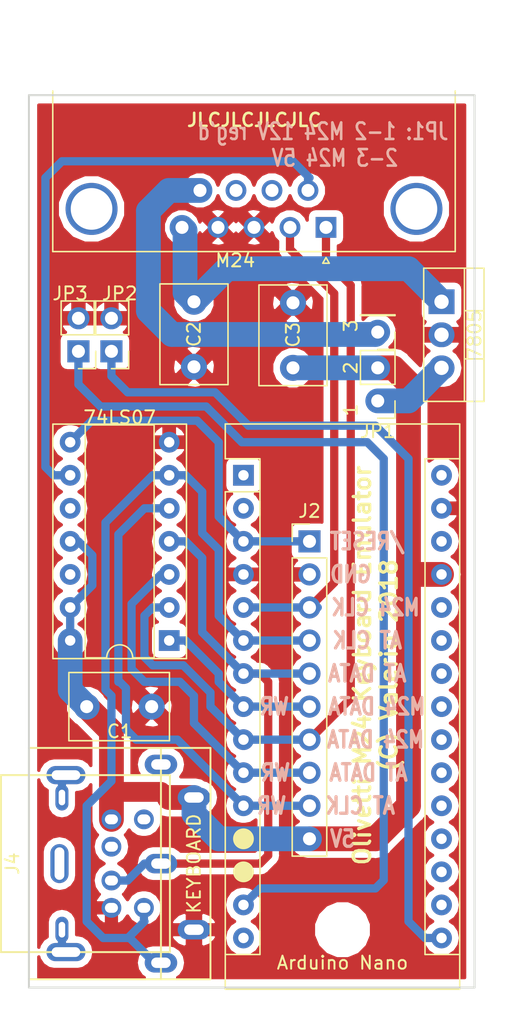
<source format=kicad_pcb>
(kicad_pcb (version 20171130) (host pcbnew "(5.0.0)")

  (general
    (thickness 1.6)
    (drawings 17)
    (tracks 154)
    (zones 0)
    (modules 15)
    (nets 41)
  )

  (page A4)
  (layers
    (0 F.Cu signal)
    (31 B.Cu signal)
    (32 B.Adhes user hide)
    (33 F.Adhes user hide)
    (34 B.Paste user hide)
    (35 F.Paste user hide)
    (36 B.SilkS user)
    (37 F.SilkS user)
    (38 B.Mask user)
    (39 F.Mask user)
    (40 Dwgs.User user hide)
    (41 Cmts.User user hide)
    (42 Eco1.User user hide)
    (43 Eco2.User user hide)
    (44 Edge.Cuts user)
    (45 Margin user hide)
    (46 B.CrtYd user hide)
    (47 F.CrtYd user)
    (48 B.Fab user hide)
    (49 F.Fab user hide)
  )

  (setup
    (last_trace_width 1.905)
    (user_trace_width 0.254)
    (user_trace_width 0.508)
    (user_trace_width 0.635)
    (user_trace_width 1.27)
    (user_trace_width 1.905)
    (user_trace_width 2.54)
    (trace_clearance 0.2)
    (zone_clearance 0.508)
    (zone_45_only no)
    (trace_min 0.2)
    (segment_width 0.2)
    (edge_width 0.15)
    (via_size 0.8)
    (via_drill 0.4)
    (via_min_size 0.4)
    (via_min_drill 0.3)
    (uvia_size 0.3)
    (uvia_drill 0.1)
    (uvias_allowed no)
    (uvia_min_size 0.2)
    (uvia_min_drill 0.1)
    (pcb_text_width 0.3)
    (pcb_text_size 1.5 1.5)
    (mod_edge_width 0.15)
    (mod_text_size 1 1)
    (mod_text_width 0.15)
    (pad_size 1.7 1.7)
    (pad_drill 1)
    (pad_to_mask_clearance 0.2)
    (aux_axis_origin 0 0)
    (visible_elements 7FFFFFFF)
    (pcbplotparams
      (layerselection 0x010fc_ffffffff)
      (usegerberextensions false)
      (usegerberattributes false)
      (usegerberadvancedattributes false)
      (creategerberjobfile false)
      (excludeedgelayer true)
      (linewidth 0.100000)
      (plotframeref false)
      (viasonmask false)
      (mode 1)
      (useauxorigin false)
      (hpglpennumber 1)
      (hpglpenspeed 20)
      (hpglpendiameter 15.000000)
      (psnegative false)
      (psa4output false)
      (plotreference true)
      (plotvalue true)
      (plotinvisibletext false)
      (padsonsilk false)
      (subtractmaskfromsilk false)
      (outputformat 1)
      (mirror false)
      (drillshape 1)
      (scaleselection 1)
      (outputdirectory ""))
  )

  (net 0 "")
  (net 1 "Net-(A1-Pad1)")
  (net 2 "Net-(A1-Pad17)")
  (net 3 "Net-(A1-Pad2)")
  (net 4 "Net-(A1-Pad18)")
  (net 5 "Net-(A1-Pad19)")
  (net 6 GND)
  (net 7 "Net-(A1-Pad20)")
  (net 8 "Net-(A1-Pad21)")
  (net 9 "Net-(A1-Pad22)")
  (net 10 "Net-(A1-Pad23)")
  (net 11 "Net-(A1-Pad24)")
  (net 12 "Net-(A1-Pad25)")
  (net 13 "Net-(A1-Pad26)")
  (net 14 +5V)
  (net 15 "Net-(A1-Pad12)")
  (net 16 "Net-(A1-Pad28)")
  (net 17 "Net-(A1-Pad13)")
  (net 18 "Net-(A1-Pad14)")
  (net 19 "Net-(A1-Pad30)")
  (net 20 "Net-(A1-Pad15)")
  (net 21 "Net-(A1-Pad16)")
  (net 22 /~M24_RESET)
  (net 23 "Net-(J1-Pad7)")
  (net 24 "Net-(J1-Pad8)")
  (net 25 "Net-(J3-Pad3)")
  (net 26 "Net-(U1-Pad10)")
  (net 27 "Net-(U1-Pad12)")
  (net 28 RESET)
  (net 29 M24_CLOCK)
  (net 30 AT_CLOCK)
  (net 31 AT_DATA)
  (net 32 M24_DATA)
  (net 33 AT_DATA_WR)
  (net 34 AT_CLOCK_WR)
  (net 35 /+12V)
  (net 36 "Net-(J1-Pad9)")
  (net 37 "Net-(J4-Pad2)")
  (net 38 "Net-(J4-Pad6)")
  (net 39 M24_DATA_WR)
  (net 40 "Net-(JP1-Pad1)")

  (net_class Default "This is the default net class."
    (clearance 0.2)
    (trace_width 0.25)
    (via_dia 0.8)
    (via_drill 0.4)
    (uvia_dia 0.3)
    (uvia_drill 0.1)
    (add_net +5V)
    (add_net /+12V)
    (add_net /~M24_RESET)
    (add_net AT_CLOCK)
    (add_net AT_CLOCK_WR)
    (add_net AT_DATA)
    (add_net AT_DATA_WR)
    (add_net GND)
    (add_net M24_CLOCK)
    (add_net M24_DATA)
    (add_net M24_DATA_WR)
    (add_net "Net-(A1-Pad1)")
    (add_net "Net-(A1-Pad12)")
    (add_net "Net-(A1-Pad13)")
    (add_net "Net-(A1-Pad14)")
    (add_net "Net-(A1-Pad15)")
    (add_net "Net-(A1-Pad16)")
    (add_net "Net-(A1-Pad17)")
    (add_net "Net-(A1-Pad18)")
    (add_net "Net-(A1-Pad19)")
    (add_net "Net-(A1-Pad2)")
    (add_net "Net-(A1-Pad20)")
    (add_net "Net-(A1-Pad21)")
    (add_net "Net-(A1-Pad22)")
    (add_net "Net-(A1-Pad23)")
    (add_net "Net-(A1-Pad24)")
    (add_net "Net-(A1-Pad25)")
    (add_net "Net-(A1-Pad26)")
    (add_net "Net-(A1-Pad28)")
    (add_net "Net-(A1-Pad30)")
    (add_net "Net-(J1-Pad7)")
    (add_net "Net-(J1-Pad8)")
    (add_net "Net-(J1-Pad9)")
    (add_net "Net-(J3-Pad3)")
    (add_net "Net-(J4-Pad2)")
    (add_net "Net-(J4-Pad6)")
    (add_net "Net-(JP1-Pad1)")
    (add_net "Net-(U1-Pad10)")
    (add_net "Net-(U1-Pad12)")
    (add_net RESET)
  )

  (module Capacitor_THT:C_Disc_D7.5mm_W5.0mm_P5.00mm (layer F.Cu) (tedit 5AE50EF0) (tstamp 5BDA72C9)
    (at 130.175 111.76)
    (descr "C, Disc series, Radial, pin pitch=5.00mm, , diameter*width=7.5*5.0mm^2, Capacitor, http://www.vishay.com/docs/28535/vy2series.pdf")
    (tags "C Disc series Radial pin pitch 5.00mm  diameter 7.5mm width 5.0mm Capacitor")
    (path /5BC2BCA5)
    (fp_text reference C1 (at 2.54 1.905) (layer F.SilkS)
      (effects (font (size 1 1) (thickness 0.15)))
    )
    (fp_text value 100n (at 2.5 3.75) (layer F.Fab)
      (effects (font (size 1 1) (thickness 0.15)))
    )
    (fp_text user %R (at 2.5 0) (layer F.Fab)
      (effects (font (size 1 1) (thickness 0.15)))
    )
    (fp_line (start 6.5 -2.75) (end -1.5 -2.75) (layer F.CrtYd) (width 0.05))
    (fp_line (start 6.5 2.75) (end 6.5 -2.75) (layer F.CrtYd) (width 0.05))
    (fp_line (start -1.5 2.75) (end 6.5 2.75) (layer F.CrtYd) (width 0.05))
    (fp_line (start -1.5 -2.75) (end -1.5 2.75) (layer F.CrtYd) (width 0.05))
    (fp_line (start 6.37 -2.62) (end 6.37 2.62) (layer F.SilkS) (width 0.12))
    (fp_line (start -1.37 -2.62) (end -1.37 2.62) (layer F.SilkS) (width 0.12))
    (fp_line (start -1.37 2.62) (end 6.37 2.62) (layer F.SilkS) (width 0.12))
    (fp_line (start -1.37 -2.62) (end 6.37 -2.62) (layer F.SilkS) (width 0.12))
    (fp_line (start 6.25 -2.5) (end -1.25 -2.5) (layer F.Fab) (width 0.1))
    (fp_line (start 6.25 2.5) (end 6.25 -2.5) (layer F.Fab) (width 0.1))
    (fp_line (start -1.25 2.5) (end 6.25 2.5) (layer F.Fab) (width 0.1))
    (fp_line (start -1.25 -2.5) (end -1.25 2.5) (layer F.Fab) (width 0.1))
    (pad 2 thru_hole circle (at 5 0) (size 2 2) (drill 1) (layers *.Cu *.Mask)
      (net 6 GND))
    (pad 1 thru_hole circle (at 0 0) (size 2 2) (drill 1) (layers *.Cu *.Mask)
      (net 14 +5V))
    (model ${KISYS3DMOD}/Capacitor_THT.3dshapes/C_Disc_D7.5mm_W5.0mm_P5.00mm.wrl
      (at (xyz 0 0 0))
      (scale (xyz 1 1 1))
      (rotate (xyz 0 0 0))
    )
  )

  (module olivetti_kb:Mini_DIN_6p (layer F.Cu) (tedit 5BF04268) (tstamp 5BFC88F6)
    (at 132.08 123.825 90)
    (path /5BF04709)
    (fp_text reference J4 (at 0 -7.62 90) (layer F.SilkS)
      (effects (font (size 1 1) (thickness 0.15)))
    )
    (fp_text value Mini-DIN-6 (at 0 -10.2 90) (layer F.Fab)
      (effects (font (size 1 1) (thickness 0.15)))
    )
    (fp_line (start -6.8 4.5) (end 6.8 4.5) (layer F.SilkS) (width 0.15))
    (fp_line (start 6.8 4.5) (end 6.8 -8.5) (layer F.SilkS) (width 0.15))
    (fp_line (start 6.8 -8.5) (end -6.8 -8.5) (layer F.SilkS) (width 0.15))
    (fp_line (start -6.8 -8.5) (end -6.8 4.5) (layer F.SilkS) (width 0.15))
    (pad 2 thru_hole oval (at 1.3 0 90) (size 1.524 1.524) (drill oval 0.762 1) (layers *.Cu *.Mask)
      (net 37 "Net-(J4-Pad2)"))
    (pad 4 thru_hole oval (at 3.4 0 90) (size 1.524 1.524) (drill oval 0.762 1) (layers *.Cu *.Mask)
      (net 14 +5V))
    (pad 6 thru_hole oval (at 3.4 2.5 90) (size 1.524 1.524) (drill oval 0.762 1) (layers *.Cu *.Mask)
      (net 38 "Net-(J4-Pad6)"))
    (pad 1 thru_hole oval (at -1.3 0 90) (size 1.524 1.524) (drill oval 0.762 1) (layers *.Cu *.Mask)
      (net 31 AT_DATA))
    (pad 3 thru_hole oval (at -3.4 0 90) (size 1.524 1.524) (drill oval 0.762 1) (layers *.Cu *.Mask)
      (net 6 GND))
    (pad 5 thru_hole oval (at -3.4 2.5 90) (size 1.524 1.524) (drill oval 0.762 1) (layers *.Cu *.Mask)
      (net 30 AT_CLOCK))
    (pad "" thru_hole oval (at 0 -4 90) (size 3 1.4) (drill oval 2.5 0.75) (layers *.Cu *.Mask))
    (pad "" thru_hole oval (at 6.8 -3.5) (size 3 1.4) (drill oval 2.2 0.75) (layers *.Cu *.Mask))
    (pad "" thru_hole oval (at -6.8 -3.5 180) (size 3 1.4) (drill oval 2.2 0.75) (layers *.Cu *.Mask))
  )

  (module Connector_PinHeader_2.54mm:PinHeader_1x02_P2.54mm_Vertical (layer F.Cu) (tedit 59FED5CC) (tstamp 5BFC8922)
    (at 132.08 84.455 180)
    (descr "Through hole straight pin header, 1x02, 2.54mm pitch, single row")
    (tags "Through hole pin header THT 1x02 2.54mm single row")
    (path /5BF02CEA)
    (fp_text reference JP2 (at -0.635 4.445 180) (layer F.SilkS)
      (effects (font (size 1 1) (thickness 0.15)))
    )
    (fp_text value DEBUG (at 0 4.87 180) (layer F.Fab)
      (effects (font (size 1 1) (thickness 0.15)))
    )
    (fp_line (start -0.635 -1.27) (end 1.27 -1.27) (layer F.Fab) (width 0.1))
    (fp_line (start 1.27 -1.27) (end 1.27 3.81) (layer F.Fab) (width 0.1))
    (fp_line (start 1.27 3.81) (end -1.27 3.81) (layer F.Fab) (width 0.1))
    (fp_line (start -1.27 3.81) (end -1.27 -0.635) (layer F.Fab) (width 0.1))
    (fp_line (start -1.27 -0.635) (end -0.635 -1.27) (layer F.Fab) (width 0.1))
    (fp_line (start -1.33 3.87) (end 1.33 3.87) (layer F.SilkS) (width 0.12))
    (fp_line (start -1.33 1.27) (end -1.33 3.87) (layer F.SilkS) (width 0.12))
    (fp_line (start 1.33 1.27) (end 1.33 3.87) (layer F.SilkS) (width 0.12))
    (fp_line (start -1.33 1.27) (end 1.33 1.27) (layer F.SilkS) (width 0.12))
    (fp_line (start -1.33 0) (end -1.33 -1.33) (layer F.SilkS) (width 0.12))
    (fp_line (start -1.33 -1.33) (end 0 -1.33) (layer F.SilkS) (width 0.12))
    (fp_line (start -1.8 -1.8) (end -1.8 4.35) (layer F.CrtYd) (width 0.05))
    (fp_line (start -1.8 4.35) (end 1.8 4.35) (layer F.CrtYd) (width 0.05))
    (fp_line (start 1.8 4.35) (end 1.8 -1.8) (layer F.CrtYd) (width 0.05))
    (fp_line (start 1.8 -1.8) (end -1.8 -1.8) (layer F.CrtYd) (width 0.05))
    (fp_text user %R (at 0 1.27 270) (layer F.Fab)
      (effects (font (size 1 1) (thickness 0.15)))
    )
    (pad 1 thru_hole rect (at 0 0 180) (size 1.7 1.7) (drill 1) (layers *.Cu *.Mask)
      (net 21 "Net-(A1-Pad16)"))
    (pad 2 thru_hole oval (at 0 2.54 180) (size 1.7 1.7) (drill 1) (layers *.Cu *.Mask)
      (net 6 GND))
    (model ${KISYS3DMOD}/Connector_PinHeader_2.54mm.3dshapes/PinHeader_1x02_P2.54mm_Vertical.wrl
      (at (xyz 0 0 0))
      (scale (xyz 1 1 1))
      (rotate (xyz 0 0 0))
    )
  )

  (module Connector_PinHeader_2.54mm:PinHeader_1x02_P2.54mm_Vertical (layer F.Cu) (tedit 59FED5CC) (tstamp 5BFC8938)
    (at 129.54 84.455 180)
    (descr "Through hole straight pin header, 1x02, 2.54mm pitch, single row")
    (tags "Through hole pin header THT 1x02 2.54mm single row")
    (path /5BF02E29)
    (fp_text reference JP3 (at 0.635 4.445 180) (layer F.SilkS)
      (effects (font (size 1 1) (thickness 0.15)))
    )
    (fp_text value TTY (at 1.27 4.87 180) (layer F.Fab)
      (effects (font (size 1 1) (thickness 0.15)))
    )
    (fp_text user %R (at 0 1.27 270) (layer F.Fab)
      (effects (font (size 1 1) (thickness 0.15)))
    )
    (fp_line (start 1.8 -1.8) (end -1.8 -1.8) (layer F.CrtYd) (width 0.05))
    (fp_line (start 1.8 4.35) (end 1.8 -1.8) (layer F.CrtYd) (width 0.05))
    (fp_line (start -1.8 4.35) (end 1.8 4.35) (layer F.CrtYd) (width 0.05))
    (fp_line (start -1.8 -1.8) (end -1.8 4.35) (layer F.CrtYd) (width 0.05))
    (fp_line (start -1.33 -1.33) (end 0 -1.33) (layer F.SilkS) (width 0.12))
    (fp_line (start -1.33 0) (end -1.33 -1.33) (layer F.SilkS) (width 0.12))
    (fp_line (start -1.33 1.27) (end 1.33 1.27) (layer F.SilkS) (width 0.12))
    (fp_line (start 1.33 1.27) (end 1.33 3.87) (layer F.SilkS) (width 0.12))
    (fp_line (start -1.33 1.27) (end -1.33 3.87) (layer F.SilkS) (width 0.12))
    (fp_line (start -1.33 3.87) (end 1.33 3.87) (layer F.SilkS) (width 0.12))
    (fp_line (start -1.27 -0.635) (end -0.635 -1.27) (layer F.Fab) (width 0.1))
    (fp_line (start -1.27 3.81) (end -1.27 -0.635) (layer F.Fab) (width 0.1))
    (fp_line (start 1.27 3.81) (end -1.27 3.81) (layer F.Fab) (width 0.1))
    (fp_line (start 1.27 -1.27) (end 1.27 3.81) (layer F.Fab) (width 0.1))
    (fp_line (start -0.635 -1.27) (end 1.27 -1.27) (layer F.Fab) (width 0.1))
    (pad 2 thru_hole oval (at 0 2.54 180) (size 1.7 1.7) (drill 1) (layers *.Cu *.Mask)
      (net 6 GND))
    (pad 1 thru_hole rect (at 0 0 180) (size 1.7 1.7) (drill 1) (layers *.Cu *.Mask)
      (net 18 "Net-(A1-Pad14)"))
    (model ${KISYS3DMOD}/Connector_PinHeader_2.54mm.3dshapes/PinHeader_1x02_P2.54mm_Vertical.wrl
      (at (xyz 0 0 0))
      (scale (xyz 1 1 1))
      (rotate (xyz 0 0 0))
    )
  )

  (module Connector_PinHeader_2.54mm:PinHeader_1x10_P2.54mm_Vertical (layer F.Cu) (tedit 59FED5CC) (tstamp 5C087E04)
    (at 147.32 99.06)
    (descr "Through hole straight pin header, 1x10, 2.54mm pitch, single row")
    (tags "Through hole pin header THT 1x10 2.54mm single row")
    (path /5BF03B6C)
    (fp_text reference J2 (at 0 -2.33) (layer F.SilkS)
      (effects (font (size 1 1) (thickness 0.15)))
    )
    (fp_text value Test (at 0 25.19) (layer F.Fab)
      (effects (font (size 1 1) (thickness 0.15)))
    )
    (fp_line (start -0.635 -1.27) (end 1.27 -1.27) (layer F.Fab) (width 0.1))
    (fp_line (start 1.27 -1.27) (end 1.27 24.13) (layer F.Fab) (width 0.1))
    (fp_line (start 1.27 24.13) (end -1.27 24.13) (layer F.Fab) (width 0.1))
    (fp_line (start -1.27 24.13) (end -1.27 -0.635) (layer F.Fab) (width 0.1))
    (fp_line (start -1.27 -0.635) (end -0.635 -1.27) (layer F.Fab) (width 0.1))
    (fp_line (start -1.33 24.19) (end 1.33 24.19) (layer F.SilkS) (width 0.12))
    (fp_line (start -1.33 1.27) (end -1.33 24.19) (layer F.SilkS) (width 0.12))
    (fp_line (start 1.33 1.27) (end 1.33 24.19) (layer F.SilkS) (width 0.12))
    (fp_line (start -1.33 1.27) (end 1.33 1.27) (layer F.SilkS) (width 0.12))
    (fp_line (start -1.33 0) (end -1.33 -1.33) (layer F.SilkS) (width 0.12))
    (fp_line (start -1.33 -1.33) (end 0 -1.33) (layer F.SilkS) (width 0.12))
    (fp_line (start -1.8 -1.8) (end -1.8 24.65) (layer F.CrtYd) (width 0.05))
    (fp_line (start -1.8 24.65) (end 1.8 24.65) (layer F.CrtYd) (width 0.05))
    (fp_line (start 1.8 24.65) (end 1.8 -1.8) (layer F.CrtYd) (width 0.05))
    (fp_line (start 1.8 -1.8) (end -1.8 -1.8) (layer F.CrtYd) (width 0.05))
    (fp_text user %R (at 0 11.43 90) (layer F.Fab)
      (effects (font (size 1 1) (thickness 0.15)))
    )
    (pad 1 thru_hole rect (at 0 0) (size 1.7 1.7) (drill 1) (layers *.Cu *.Mask)
      (net 28 RESET))
    (pad 2 thru_hole oval (at 0 2.54) (size 1.7 1.7) (drill 1) (layers *.Cu *.Mask)
      (net 6 GND))
    (pad 3 thru_hole oval (at 0 5.08) (size 1.7 1.7) (drill 1) (layers *.Cu *.Mask)
      (net 29 M24_CLOCK))
    (pad 4 thru_hole oval (at 0 7.62) (size 1.7 1.7) (drill 1) (layers *.Cu *.Mask)
      (net 30 AT_CLOCK))
    (pad 5 thru_hole oval (at 0 10.16) (size 1.7 1.7) (drill 1) (layers *.Cu *.Mask)
      (net 31 AT_DATA))
    (pad 6 thru_hole oval (at 0 12.7) (size 1.7 1.7) (drill 1) (layers *.Cu *.Mask)
      (net 39 M24_DATA_WR))
    (pad 7 thru_hole oval (at 0 15.24) (size 1.7 1.7) (drill 1) (layers *.Cu *.Mask)
      (net 32 M24_DATA))
    (pad 8 thru_hole oval (at 0 17.78) (size 1.7 1.7) (drill 1) (layers *.Cu *.Mask)
      (net 33 AT_DATA_WR))
    (pad 9 thru_hole oval (at 0 20.32) (size 1.7 1.7) (drill 1) (layers *.Cu *.Mask)
      (net 34 AT_CLOCK_WR))
    (pad 10 thru_hole oval (at 0 22.86) (size 1.7 1.7) (drill 1) (layers *.Cu *.Mask)
      (net 14 +5V))
    (model ${KISYS3DMOD}/Connector_PinHeader_2.54mm.3dshapes/PinHeader_1x10_P2.54mm_Vertical.wrl
      (at (xyz 0 0 0))
      (scale (xyz 1 1 1))
      (rotate (xyz 0 0 0))
    )
  )

  (module Module:Arduino_Nano (layer F.Cu) (tedit 5BF466FC) (tstamp 5C18DC3C)
    (at 142.24 93.98)
    (descr "Arduino Nano, http://www.mouser.com/pdfdocs/Gravitech_Arduino_Nano3_0.pdf")
    (tags "Arduino Nano")
    (path /5BC21343)
    (fp_text reference "Arduino Nano" (at 7.62 37.465) (layer F.SilkS)
      (effects (font (size 1 1) (thickness 0.15)))
    )
    (fp_text value Arduino_Nano_v3.x (at 8.89 19.05 90) (layer F.Fab)
      (effects (font (size 1 1) (thickness 0.15)))
    )
    (fp_text user %R (at 6.35 19.05 90) (layer F.Fab)
      (effects (font (size 1 1) (thickness 0.15)))
    )
    (fp_line (start 1.27 1.27) (end 1.27 -1.27) (layer F.SilkS) (width 0.12))
    (fp_line (start 1.27 -1.27) (end -1.4 -1.27) (layer F.SilkS) (width 0.12))
    (fp_line (start -1.4 1.27) (end -1.4 39.5) (layer F.SilkS) (width 0.12))
    (fp_line (start -1.4 -3.94) (end -1.4 -1.27) (layer F.SilkS) (width 0.12))
    (fp_line (start 13.97 -1.27) (end 16.64 -1.27) (layer F.SilkS) (width 0.12))
    (fp_line (start 13.97 -1.27) (end 13.97 36.83) (layer F.SilkS) (width 0.12))
    (fp_line (start 13.97 36.83) (end 16.64 36.83) (layer F.SilkS) (width 0.12))
    (fp_line (start 1.27 1.27) (end -1.4 1.27) (layer F.SilkS) (width 0.12))
    (fp_line (start 1.27 1.27) (end 1.27 36.83) (layer F.SilkS) (width 0.12))
    (fp_line (start 1.27 36.83) (end -1.4 36.83) (layer F.SilkS) (width 0.12))
    (fp_line (start 3.81 31.75) (end 11.43 31.75) (layer F.Fab) (width 0.1))
    (fp_line (start 11.43 31.75) (end 11.43 41.91) (layer F.Fab) (width 0.1))
    (fp_line (start 11.43 41.91) (end 3.81 41.91) (layer F.Fab) (width 0.1))
    (fp_line (start 3.81 41.91) (end 3.81 31.75) (layer F.Fab) (width 0.1))
    (fp_line (start -1.4 39.5) (end 16.64 39.5) (layer F.SilkS) (width 0.12))
    (fp_line (start 16.64 39.5) (end 16.64 -3.94) (layer F.SilkS) (width 0.12))
    (fp_line (start 16.64 -3.94) (end -1.4 -3.94) (layer F.SilkS) (width 0.12))
    (fp_line (start 16.51 39.37) (end -1.27 39.37) (layer F.Fab) (width 0.1))
    (fp_line (start -1.27 39.37) (end -1.27 -2.54) (layer F.Fab) (width 0.1))
    (fp_line (start -1.27 -2.54) (end 0 -3.81) (layer F.Fab) (width 0.1))
    (fp_line (start 0 -3.81) (end 16.51 -3.81) (layer F.Fab) (width 0.1))
    (fp_line (start 16.51 -3.81) (end 16.51 39.37) (layer F.Fab) (width 0.1))
    (fp_line (start -1.53 -4.06) (end 16.75 -4.06) (layer F.CrtYd) (width 0.05))
    (fp_line (start -1.53 -4.06) (end -1.53 42.16) (layer F.CrtYd) (width 0.05))
    (fp_line (start 16.75 42.16) (end 16.75 -4.06) (layer F.CrtYd) (width 0.05))
    (fp_line (start 16.75 42.16) (end -1.53 42.16) (layer F.CrtYd) (width 0.05))
    (pad 1 thru_hole rect (at 0 0) (size 1.6 1.6) (drill 0.8) (layers *.Cu *.Mask)
      (net 1 "Net-(A1-Pad1)"))
    (pad 17 thru_hole oval (at 15.24 33.02) (size 1.6 1.6) (drill 0.8) (layers *.Cu *.Mask)
      (net 2 "Net-(A1-Pad17)"))
    (pad 2 thru_hole oval (at 0 2.54) (size 1.6 1.6) (drill 0.8) (layers *.Cu *.Mask)
      (net 3 "Net-(A1-Pad2)"))
    (pad 18 thru_hole oval (at 15.24 30.48) (size 1.6 1.6) (drill 0.8) (layers *.Cu *.Mask)
      (net 4 "Net-(A1-Pad18)"))
    (pad 3 thru_hole oval (at 0 5.08) (size 1.6 1.6) (drill 0.8) (layers *.Cu *.Mask)
      (net 28 RESET))
    (pad 19 thru_hole oval (at 15.24 27.94) (size 1.6 1.6) (drill 0.8) (layers *.Cu *.Mask)
      (net 5 "Net-(A1-Pad19)"))
    (pad 4 thru_hole oval (at 0 7.62) (size 1.6 1.6) (drill 0.8) (layers *.Cu *.Mask)
      (net 6 GND))
    (pad 20 thru_hole oval (at 15.24 25.4) (size 1.6 1.6) (drill 0.8) (layers *.Cu *.Mask)
      (net 7 "Net-(A1-Pad20)"))
    (pad 5 thru_hole oval (at 0 10.16) (size 1.6 1.6) (drill 0.8) (layers *.Cu *.Mask)
      (net 29 M24_CLOCK))
    (pad 21 thru_hole oval (at 15.24 22.86) (size 1.6 1.6) (drill 0.8) (layers *.Cu *.Mask)
      (net 8 "Net-(A1-Pad21)"))
    (pad 6 thru_hole oval (at 0 12.7) (size 1.6 1.6) (drill 0.8) (layers *.Cu *.Mask)
      (net 30 AT_CLOCK))
    (pad 22 thru_hole oval (at 15.24 20.32) (size 1.6 1.6) (drill 0.8) (layers *.Cu *.Mask)
      (net 9 "Net-(A1-Pad22)"))
    (pad 7 thru_hole oval (at 0 15.24) (size 1.6 1.6) (drill 0.8) (layers *.Cu *.Mask)
      (net 31 AT_DATA))
    (pad 23 thru_hole oval (at 15.24 17.78) (size 1.6 1.6) (drill 0.8) (layers *.Cu *.Mask)
      (net 10 "Net-(A1-Pad23)"))
    (pad 8 thru_hole oval (at 0 17.78) (size 1.6 1.6) (drill 0.8) (layers *.Cu *.Mask)
      (net 39 M24_DATA_WR))
    (pad 24 thru_hole oval (at 15.24 15.24) (size 1.6 1.6) (drill 0.8) (layers *.Cu *.Mask)
      (net 11 "Net-(A1-Pad24)"))
    (pad 9 thru_hole oval (at 0 20.32) (size 1.6 1.6) (drill 0.8) (layers *.Cu *.Mask)
      (net 32 M24_DATA))
    (pad 25 thru_hole oval (at 15.24 12.7) (size 1.6 1.6) (drill 0.8) (layers *.Cu *.Mask)
      (net 12 "Net-(A1-Pad25)"))
    (pad 10 thru_hole oval (at 0 22.86) (size 1.6 1.6) (drill 0.8) (layers *.Cu *.Mask)
      (net 33 AT_DATA_WR))
    (pad 26 thru_hole oval (at 15.24 10.16) (size 1.6 1.6) (drill 0.8) (layers *.Cu *.Mask)
      (net 13 "Net-(A1-Pad26)"))
    (pad 11 thru_hole oval (at 0 25.4) (size 1.6 1.6) (drill 0.8) (layers *.Cu *.Mask)
      (net 34 AT_CLOCK_WR))
    (pad 27 thru_hole oval (at 15.24 7.62) (size 1.6 1.6) (drill 0.8) (layers *.Cu *.Mask)
      (net 14 +5V))
    (pad 12 connect oval (at 0 27.94) (size 1.6 1.6) (layers F.SilkS)
      (net 15 "Net-(A1-Pad12)"))
    (pad 28 thru_hole oval (at 15.24 5.08) (size 1.6 1.6) (drill 0.8) (layers *.Cu *.Mask)
      (net 16 "Net-(A1-Pad28)"))
    (pad 13 connect oval (at 0 30.48) (size 1.6 1.6) (layers F.SilkS)
      (net 17 "Net-(A1-Pad13)"))
    (pad 29 thru_hole oval (at 15.24 2.54) (size 1.6 1.6) (drill 0.8) (layers *.Cu *.Mask)
      (net 6 GND))
    (pad 14 thru_hole oval (at 0 33.02) (size 1.6 1.6) (drill 0.8) (layers *.Cu *.Mask)
      (net 18 "Net-(A1-Pad14)"))
    (pad 30 thru_hole oval (at 15.24 0) (size 1.6 1.6) (drill 0.8) (layers *.Cu *.Mask)
      (net 19 "Net-(A1-Pad30)"))
    (pad 15 thru_hole oval (at 0 35.56) (size 1.6 1.6) (drill 0.8) (layers *.Cu *.Mask)
      (net 20 "Net-(A1-Pad15)"))
    (pad 16 thru_hole oval (at 15.24 35.56) (size 1.6 1.6) (drill 0.8) (layers *.Cu *.Mask)
      (net 21 "Net-(A1-Pad16)"))
    (model ${KISYS3DMOD}/Module.3dshapes/Arduino_Nano_WithMountingHoles.wrl
      (at (xyz 0 0 0))
      (scale (xyz 1 1 1))
      (rotate (xyz 0 0 0))
    )
  )

  (module Capacitor_THT:C_Disc_D7.5mm_W5.0mm_P5.00mm (layer F.Cu) (tedit 5AE50EF0) (tstamp 5C18DC4F)
    (at 138.43 80.645 270)
    (descr "C, Disc series, Radial, pin pitch=5.00mm, , diameter*width=7.5*5.0mm^2, Capacitor, http://www.vishay.com/docs/28535/vy2series.pdf")
    (tags "C Disc series Radial pin pitch 5.00mm  diameter 7.5mm width 5.0mm Capacitor")
    (path /5BF7CBBD)
    (fp_text reference C2 (at 2.5 0 270) (layer F.SilkS)
      (effects (font (size 1 1) (thickness 0.15)))
    )
    (fp_text value 330n (at 2.5 3.75 270) (layer F.Fab)
      (effects (font (size 1 1) (thickness 0.15)))
    )
    (fp_line (start -1.25 -2.5) (end -1.25 2.5) (layer F.Fab) (width 0.1))
    (fp_line (start -1.25 2.5) (end 6.25 2.5) (layer F.Fab) (width 0.1))
    (fp_line (start 6.25 2.5) (end 6.25 -2.5) (layer F.Fab) (width 0.1))
    (fp_line (start 6.25 -2.5) (end -1.25 -2.5) (layer F.Fab) (width 0.1))
    (fp_line (start -1.37 -2.62) (end 6.37 -2.62) (layer F.SilkS) (width 0.12))
    (fp_line (start -1.37 2.62) (end 6.37 2.62) (layer F.SilkS) (width 0.12))
    (fp_line (start -1.37 -2.62) (end -1.37 2.62) (layer F.SilkS) (width 0.12))
    (fp_line (start 6.37 -2.62) (end 6.37 2.62) (layer F.SilkS) (width 0.12))
    (fp_line (start -1.5 -2.75) (end -1.5 2.75) (layer F.CrtYd) (width 0.05))
    (fp_line (start -1.5 2.75) (end 6.5 2.75) (layer F.CrtYd) (width 0.05))
    (fp_line (start 6.5 2.75) (end 6.5 -2.75) (layer F.CrtYd) (width 0.05))
    (fp_line (start 6.5 -2.75) (end -1.5 -2.75) (layer F.CrtYd) (width 0.05))
    (fp_text user %R (at 2.5 0 270) (layer F.Fab)
      (effects (font (size 1 1) (thickness 0.15)))
    )
    (pad 1 thru_hole circle (at 0 0 270) (size 2 2) (drill 1) (layers *.Cu *.Mask)
      (net 35 /+12V))
    (pad 2 thru_hole circle (at 5 0 270) (size 2 2) (drill 1) (layers *.Cu *.Mask)
      (net 6 GND))
    (model ${KISYS3DMOD}/Capacitor_THT.3dshapes/C_Disc_D7.5mm_W5.0mm_P5.00mm.wrl
      (at (xyz 0 0 0))
      (scale (xyz 1 1 1))
      (rotate (xyz 0 0 0))
    )
  )

  (module Connector_Dsub:DSUB-9_Male_Horizontal_P2.77x2.84mm_EdgePinOffset7.70mm_Housed_MountingHolesOffset9.12mm (layer F.Cu) (tedit 5BF4665D) (tstamp 5C18DC83)
    (at 148.59 74.93 180)
    (descr "9-pin D-Sub connector, horizontal/angled (90 deg), THT-mount, male, pitch 2.77x2.84mm, pin-PCB-offset 7.699999999999999mm, distance of mounting holes 25mm, distance of mounting holes to PCB edge 9.12mm, see https://disti-assets.s3.amazonaws.com/tonar/files/datasheets/16730.pdf")
    (tags "9-pin D-Sub connector horizontal angled 90deg THT male pitch 2.77x2.84mm pin-PCB-offset 7.699999999999999mm mounting-holes-distance 25mm mounting-hole-offset 25mm")
    (path /5BC212C6)
    (fp_text reference M24 (at 6.985 -2.54 180) (layer F.SilkS)
      (effects (font (size 1 1) (thickness 0.15)))
    )
    (fp_text value DB9_Male (at 5.54 18.44 180) (layer F.Fab)
      (effects (font (size 1 1) (thickness 0.15)))
    )
    (fp_arc (start -6.96 1.42) (end -8.56 1.42) (angle 180) (layer F.Fab) (width 0.1))
    (fp_arc (start 18.04 1.42) (end 16.44 1.42) (angle 180) (layer F.Fab) (width 0.1))
    (fp_line (start -9.885 -1.8) (end -9.885 10.54) (layer F.Fab) (width 0.1))
    (fp_line (start -9.885 10.54) (end 20.965 10.54) (layer F.Fab) (width 0.1))
    (fp_line (start 20.965 10.54) (end 20.965 -1.8) (layer F.Fab) (width 0.1))
    (fp_line (start 20.965 -1.8) (end -9.885 -1.8) (layer F.Fab) (width 0.1))
    (fp_line (start -9.885 10.54) (end -9.885 10.94) (layer F.Fab) (width 0.1))
    (fp_line (start -9.885 10.94) (end 20.965 10.94) (layer F.Fab) (width 0.1))
    (fp_line (start 20.965 10.94) (end 20.965 10.54) (layer F.Fab) (width 0.1))
    (fp_line (start 20.965 10.54) (end -9.885 10.54) (layer F.Fab) (width 0.1))
    (fp_line (start -2.61 10.94) (end -2.61 16.94) (layer F.Fab) (width 0.1))
    (fp_line (start -2.61 16.94) (end 13.69 16.94) (layer F.Fab) (width 0.1))
    (fp_line (start 13.69 16.94) (end 13.69 10.94) (layer F.Fab) (width 0.1))
    (fp_line (start 13.69 10.94) (end -2.61 10.94) (layer F.Fab) (width 0.1))
    (fp_line (start -9.46 10.94) (end -9.46 15.94) (layer F.Fab) (width 0.1))
    (fp_line (start -9.46 15.94) (end -4.46 15.94) (layer F.Fab) (width 0.1))
    (fp_line (start -4.46 15.94) (end -4.46 10.94) (layer F.Fab) (width 0.1))
    (fp_line (start -4.46 10.94) (end -9.46 10.94) (layer F.Fab) (width 0.1))
    (fp_line (start 15.54 10.94) (end 15.54 15.94) (layer F.Fab) (width 0.1))
    (fp_line (start 15.54 15.94) (end 20.54 15.94) (layer F.Fab) (width 0.1))
    (fp_line (start 20.54 15.94) (end 20.54 10.94) (layer F.Fab) (width 0.1))
    (fp_line (start 20.54 10.94) (end 15.54 10.94) (layer F.Fab) (width 0.1))
    (fp_line (start -8.56 10.54) (end -8.56 1.42) (layer F.Fab) (width 0.1))
    (fp_line (start -5.36 10.54) (end -5.36 1.42) (layer F.Fab) (width 0.1))
    (fp_line (start 16.44 10.54) (end 16.44 1.42) (layer F.Fab) (width 0.1))
    (fp_line (start 19.64 10.54) (end 19.64 1.42) (layer F.Fab) (width 0.1))
    (fp_line (start -9.945 10.48) (end -9.945 -1.86) (layer F.SilkS) (width 0.12))
    (fp_line (start -9.945 -1.86) (end 21.025 -1.86) (layer F.SilkS) (width 0.12))
    (fp_line (start 21.025 -1.86) (end 21.025 10.48) (layer F.SilkS) (width 0.12))
    (fp_line (start -0.25 -2.754338) (end 0.25 -2.754338) (layer F.SilkS) (width 0.12))
    (fp_line (start 0.25 -2.754338) (end 0 -2.321325) (layer F.SilkS) (width 0.12))
    (fp_line (start 0 -2.321325) (end -0.25 -2.754338) (layer F.SilkS) (width 0.12))
    (fp_line (start -10.4 -2.35) (end -10.4 17.45) (layer F.CrtYd) (width 0.05))
    (fp_line (start -10.4 17.45) (end 21.5 17.45) (layer F.CrtYd) (width 0.05))
    (fp_line (start 21.5 17.45) (end 21.5 -2.35) (layer F.CrtYd) (width 0.05))
    (fp_line (start 21.5 -2.35) (end -10.4 -2.35) (layer F.CrtYd) (width 0.05))
    (fp_text user %R (at 5.54 13.94 180) (layer F.Fab)
      (effects (font (size 1 1) (thickness 0.15)))
    )
    (pad 1 thru_hole rect (at 0 0 180) (size 1.6 1.6) (drill 1) (layers *.Cu *.Mask)
      (net 32 M24_DATA))
    (pad 2 thru_hole circle (at 2.77 0 180) (size 1.6 1.6) (drill 1) (layers *.Cu *.Mask)
      (net 29 M24_CLOCK))
    (pad 3 thru_hole circle (at 5.54 0 180) (size 1.6 1.6) (drill 1) (layers *.Cu *.Mask)
      (net 6 GND))
    (pad 4 thru_hole circle (at 8.31 0 180) (size 1.6 1.6) (drill 1) (layers *.Cu *.Mask)
      (net 6 GND))
    (pad 5 thru_hole circle (at 11.08 0 180) (size 1.6 1.6) (drill 1) (layers *.Cu *.Mask)
      (net 35 /+12V))
    (pad 6 thru_hole circle (at 1.385 2.84 180) (size 1.6 1.6) (drill 1) (layers *.Cu *.Mask)
      (net 22 /~M24_RESET))
    (pad 7 thru_hole circle (at 4.155 2.84 180) (size 1.6 1.6) (drill 1) (layers *.Cu *.Mask)
      (net 23 "Net-(J1-Pad7)"))
    (pad 8 thru_hole circle (at 6.925 2.84 180) (size 1.6 1.6) (drill 1) (layers *.Cu *.Mask)
      (net 24 "Net-(J1-Pad8)"))
    (pad 9 thru_hole circle (at 9.695 2.84 180) (size 1.6 1.6) (drill 1) (layers *.Cu *.Mask)
      (net 36 "Net-(J1-Pad9)"))
    (pad 0 thru_hole circle (at -6.96 1.42 180) (size 4 4) (drill 3.2) (layers *.Cu *.Mask))
    (pad 0 thru_hole circle (at 18.04 1.42 180) (size 4 4) (drill 3.2) (layers *.Cu *.Mask))
    (model ${KISYS3DMOD}/Connector_Dsub.3dshapes/DSUB-9_Male_Horizontal_P2.77x2.84mm_EdgePinOffset7.70mm_Housed_MountingHolesOffset9.12mm.wrl
      (at (xyz 0 0 0))
      (scale (xyz 1 1 1))
      (rotate (xyz 0 0 0))
    )
  )

  (module olivetti_kb:DIN_5p_41524 (layer F.Cu) (tedit 5BF4671D) (tstamp 5C18DC93)
    (at 137.16 123.825 90)
    (path /5BC543B3)
    (fp_text reference KEYBOARD (at 0 1.27 90) (layer F.SilkS)
      (effects (font (size 1 1) (thickness 0.15)))
    )
    (fp_text value DIN-5_180degree (at 0 -5.842 90) (layer F.Fab)
      (effects (font (size 1 1) (thickness 0.15)))
    )
    (fp_line (start -8.89 2.54) (end -8.89 -11.43) (layer F.SilkS) (width 0.15))
    (fp_line (start -8.89 -11.43) (end 8.89 -11.43) (layer F.SilkS) (width 0.15))
    (fp_line (start 8.89 -11.43) (end 8.89 2.54) (layer F.SilkS) (width 0.15))
    (fp_line (start 8.89 2.54) (end -8.89 2.54) (layer F.SilkS) (width 0.15))
    (fp_line (start -8.89 -1.27) (end 8.89 -1.27) (layer F.SilkS) (width 0.15))
    (pad 1 thru_hole oval (at -7.62 -1.27 90) (size 1.5 2.5) (drill oval 0.8 1.5) (layers *.Cu *.Mask)
      (net 30 AT_CLOCK))
    (pad 6 thru_hole oval (at -5.08 -8.89 90) (size 2 1) (drill oval 1.2 0.5) (layers *.Cu *.Mask))
    (pad 7 thru_hole oval (at 5.08 -8.89 90) (size 2 1) (drill oval 1.2 0.5) (layers *.Cu *.Mask))
    (pad 2 thru_hole oval (at 0 -1.27 90) (size 1.5 2.5) (drill oval 0.8 1.5) (layers *.Cu *.Mask)
      (net 31 AT_DATA))
    (pad 3 thru_hole oval (at 7.62 -1.27 90) (size 1.5 2.5) (drill oval 0.8 1.5) (layers *.Cu *.Mask)
      (net 25 "Net-(J3-Pad3)"))
    (pad 4 thru_hole oval (at -5.08 1.27 90) (size 1.5 2.5) (drill oval 0.8 1.5) (layers *.Cu *.Mask)
      (net 6 GND))
    (pad 5 thru_hole oval (at 5.08 1.27 90) (size 1.5 2.5) (drill oval 0.8 1.5) (layers *.Cu *.Mask)
      (net 14 +5V))
  )

  (module Connector_PinHeader_2.54mm:PinHeader_1x02_P2.54mm_Vertical (layer F.Cu) (tedit 5BF4668A) (tstamp 5C18DCA9)
    (at 152.571788 88.265 180)
    (descr "Through hole straight pin header, 1x02, 2.54mm pitch, single row")
    (tags "Through hole pin header THT 1x02 2.54mm single row")
    (path /5BF7CCA6)
    (fp_text reference JP1 (at 0 -2.33 180) (layer F.SilkS)
      (effects (font (size 1 1) (thickness 0.15)))
    )
    (fp_text value 5V_reg (at 0 4.87 180) (layer F.Fab)
      (effects (font (size 1 1) (thickness 0.15)))
    )
    (fp_line (start -0.635 -1.27) (end 1.27 -1.27) (layer F.Fab) (width 0.1))
    (fp_line (start 1.27 -1.27) (end 1.27 3.81) (layer F.Fab) (width 0.1))
    (fp_line (start 1.27 3.81) (end -1.27 3.81) (layer F.Fab) (width 0.1))
    (fp_line (start -1.27 3.81) (end -1.27 -0.635) (layer F.Fab) (width 0.1))
    (fp_line (start -1.27 -0.635) (end -0.635 -1.27) (layer F.Fab) (width 0.1))
    (fp_line (start -1.33 3.87) (end 1.33 3.87) (layer F.SilkS) (width 0.12))
    (fp_line (start -1.33 1.27) (end -1.33 3.87) (layer F.SilkS) (width 0.12))
    (fp_line (start 1.33 1.27) (end 1.33 3.87) (layer F.SilkS) (width 0.12))
    (fp_line (start -1.33 1.27) (end 1.33 1.27) (layer F.SilkS) (width 0.12))
    (fp_line (start -1.33 0) (end -1.33 -1.33) (layer F.SilkS) (width 0.12))
    (fp_line (start -1.33 -1.33) (end 0 -1.33) (layer F.SilkS) (width 0.12))
    (fp_line (start -1.8 -1.8) (end -1.8 4.35) (layer F.CrtYd) (width 0.05))
    (fp_line (start -1.8 4.35) (end 1.8 4.35) (layer F.CrtYd) (width 0.05))
    (fp_line (start 1.8 4.35) (end 1.8 -1.8) (layer F.CrtYd) (width 0.05))
    (fp_line (start 1.8 -1.8) (end -1.8 -1.8) (layer F.CrtYd) (width 0.05))
    (fp_text user %R (at 0 1.27 -90) (layer F.Fab)
      (effects (font (size 1 1) (thickness 0.15)))
    )
    (pad 1 thru_hole circle (at 0 0 180) (size 1.7 1.7) (drill 1) (layers *.Cu *.Mask)
      (net 40 "Net-(JP1-Pad1)"))
    (pad 2 thru_hole oval (at 0 2.54 180) (size 1.7 1.7) (drill 1) (layers *.Cu *.Mask)
      (net 14 +5V))
    (model ${KISYS3DMOD}/Connector_PinHeader_2.54mm.3dshapes/PinHeader_1x02_P2.54mm_Vertical.wrl
      (at (xyz 0 0 0))
      (scale (xyz 1 1 1))
      (rotate (xyz 0 0 0))
    )
  )

  (module Connector_PinHeader_2.54mm:PinHeader_1x01_P2.54mm_Vertical (layer F.Cu) (tedit 5BF466C2) (tstamp 5C18DCBE)
    (at 152.571788 82.977842 180)
    (descr "Through hole straight pin header, 1x01, 2.54mm pitch, single row")
    (tags "Through hole pin header THT 1x01 2.54mm single row")
    (path /5BF7DCE5)
    (fp_text reference "1   2   3" (at 2.076788 -2.747158 270) (layer F.SilkS)
      (effects (font (size 1 1) (thickness 0.15)))
    )
    (fp_text value 5V_M24 (at 0 2.33 180) (layer F.Fab)
      (effects (font (size 1 1) (thickness 0.15)))
    )
    (fp_line (start -0.635 -1.27) (end 1.27 -1.27) (layer F.Fab) (width 0.1))
    (fp_line (start 1.27 -1.27) (end 1.27 1.27) (layer F.Fab) (width 0.1))
    (fp_line (start 1.27 1.27) (end -1.27 1.27) (layer F.Fab) (width 0.1))
    (fp_line (start -1.27 1.27) (end -1.27 -0.635) (layer F.Fab) (width 0.1))
    (fp_line (start -1.27 -0.635) (end -0.635 -1.27) (layer F.Fab) (width 0.1))
    (fp_line (start -1.33 1.33) (end 1.33 1.33) (layer F.SilkS) (width 0.12))
    (fp_line (start -1.33 1.27) (end -1.33 1.33) (layer F.SilkS) (width 0.12))
    (fp_line (start 1.33 1.27) (end 1.33 1.33) (layer F.SilkS) (width 0.12))
    (fp_line (start -1.33 1.27) (end 1.33 1.27) (layer F.SilkS) (width 0.12))
    (fp_line (start -1.33 0) (end -1.33 -1.33) (layer F.SilkS) (width 0.12))
    (fp_line (start -1.33 -1.33) (end 0 -1.33) (layer F.SilkS) (width 0.12))
    (fp_line (start -1.8 -1.8) (end -1.8 1.8) (layer F.CrtYd) (width 0.05))
    (fp_line (start -1.8 1.8) (end 1.8 1.8) (layer F.CrtYd) (width 0.05))
    (fp_line (start 1.8 1.8) (end 1.8 -1.8) (layer F.CrtYd) (width 0.05))
    (fp_line (start 1.8 -1.8) (end -1.8 -1.8) (layer F.CrtYd) (width 0.05))
    (fp_text user %R (at 0 0 270) (layer F.Fab)
      (effects (font (size 1 1) (thickness 0.15)))
    )
    (pad 1 thru_hole circle (at 0 0 180) (size 1.7 1.7) (drill 1) (layers *.Cu *.Mask)
      (net 36 "Net-(J1-Pad9)"))
    (model ${KISYS3DMOD}/Connector_PinHeader_2.54mm.3dshapes/PinHeader_1x01_P2.54mm_Vertical.wrl
      (at (xyz 0 0 0))
      (scale (xyz 1 1 1))
      (rotate (xyz 0 0 0))
    )
  )

  (module Package_DIP:DIP-14_W7.62mm_Socket (layer F.Cu) (tedit 5BF4662B) (tstamp 5C18DCE8)
    (at 136.525 106.68 180)
    (descr "14-lead though-hole mounted DIP package, row spacing 7.62 mm (300 mils), Socket")
    (tags "THT DIP DIL PDIP 2.54mm 7.62mm 300mil Socket")
    (path /5BC23F93)
    (fp_text reference 74LS07 (at 3.81 17.145 180) (layer F.SilkS)
      (effects (font (size 1 1) (thickness 0.15)))
    )
    (fp_text value 74LS07 (at 3.81 17.57 180) (layer F.Fab)
      (effects (font (size 1 1) (thickness 0.15)))
    )
    (fp_arc (start 3.81 -1.33) (end 2.81 -1.33) (angle -180) (layer F.SilkS) (width 0.12))
    (fp_line (start 1.635 -1.27) (end 6.985 -1.27) (layer F.Fab) (width 0.1))
    (fp_line (start 6.985 -1.27) (end 6.985 16.51) (layer F.Fab) (width 0.1))
    (fp_line (start 6.985 16.51) (end 0.635 16.51) (layer F.Fab) (width 0.1))
    (fp_line (start 0.635 16.51) (end 0.635 -0.27) (layer F.Fab) (width 0.1))
    (fp_line (start 0.635 -0.27) (end 1.635 -1.27) (layer F.Fab) (width 0.1))
    (fp_line (start -1.27 -1.33) (end -1.27 16.57) (layer F.Fab) (width 0.1))
    (fp_line (start -1.27 16.57) (end 8.89 16.57) (layer F.Fab) (width 0.1))
    (fp_line (start 8.89 16.57) (end 8.89 -1.33) (layer F.Fab) (width 0.1))
    (fp_line (start 8.89 -1.33) (end -1.27 -1.33) (layer F.Fab) (width 0.1))
    (fp_line (start 2.81 -1.33) (end 1.16 -1.33) (layer F.SilkS) (width 0.12))
    (fp_line (start 1.16 -1.33) (end 1.16 16.57) (layer F.SilkS) (width 0.12))
    (fp_line (start 1.16 16.57) (end 6.46 16.57) (layer F.SilkS) (width 0.12))
    (fp_line (start 6.46 16.57) (end 6.46 -1.33) (layer F.SilkS) (width 0.12))
    (fp_line (start 6.46 -1.33) (end 4.81 -1.33) (layer F.SilkS) (width 0.12))
    (fp_line (start -1.33 -1.39) (end -1.33 16.63) (layer F.SilkS) (width 0.12))
    (fp_line (start -1.33 16.63) (end 8.95 16.63) (layer F.SilkS) (width 0.12))
    (fp_line (start 8.95 16.63) (end 8.95 -1.39) (layer F.SilkS) (width 0.12))
    (fp_line (start 8.95 -1.39) (end -1.33 -1.39) (layer F.SilkS) (width 0.12))
    (fp_line (start -1.55 -1.6) (end -1.55 16.85) (layer F.CrtYd) (width 0.05))
    (fp_line (start -1.55 16.85) (end 9.15 16.85) (layer F.CrtYd) (width 0.05))
    (fp_line (start 9.15 16.85) (end 9.15 -1.6) (layer F.CrtYd) (width 0.05))
    (fp_line (start 9.15 -1.6) (end -1.55 -1.6) (layer F.CrtYd) (width 0.05))
    (fp_text user %R (at 3.81 7.62 180) (layer F.Fab)
      (effects (font (size 1 1) (thickness 0.15)))
    )
    (pad 1 thru_hole rect (at 0 0 180) (size 1.6 1.6) (drill 0.8) (layers *.Cu *.Mask)
      (net 39 M24_DATA_WR))
    (pad 8 thru_hole oval (at 7.62 15.24 180) (size 1.6 1.6) (drill 0.8) (layers *.Cu *.Mask)
      (net 28 RESET))
    (pad 2 thru_hole oval (at 0 2.54 180) (size 1.6 1.6) (drill 0.8) (layers *.Cu *.Mask)
      (net 32 M24_DATA))
    (pad 9 thru_hole oval (at 7.62 12.7 180) (size 1.6 1.6) (drill 0.8) (layers *.Cu *.Mask)
      (net 22 /~M24_RESET))
    (pad 3 thru_hole oval (at 0 5.08 180) (size 1.6 1.6) (drill 0.8) (layers *.Cu *.Mask)
      (net 33 AT_DATA_WR))
    (pad 10 thru_hole oval (at 7.62 10.16 180) (size 1.6 1.6) (drill 0.8) (layers *.Cu *.Mask)
      (net 26 "Net-(U1-Pad10)"))
    (pad 4 thru_hole oval (at 0 7.62 180) (size 1.6 1.6) (drill 0.8) (layers *.Cu *.Mask)
      (net 31 AT_DATA))
    (pad 11 thru_hole oval (at 7.62 7.62 180) (size 1.6 1.6) (drill 0.8) (layers *.Cu *.Mask)
      (net 14 +5V))
    (pad 5 thru_hole oval (at 0 10.16 180) (size 1.6 1.6) (drill 0.8) (layers *.Cu *.Mask)
      (net 34 AT_CLOCK_WR))
    (pad 12 thru_hole oval (at 7.62 5.08 180) (size 1.6 1.6) (drill 0.8) (layers *.Cu *.Mask)
      (net 27 "Net-(U1-Pad12)"))
    (pad 6 thru_hole oval (at 0 12.7 180) (size 1.6 1.6) (drill 0.8) (layers *.Cu *.Mask)
      (net 30 AT_CLOCK))
    (pad 13 thru_hole oval (at 7.62 2.54 180) (size 1.6 1.6) (drill 0.8) (layers *.Cu *.Mask)
      (net 14 +5V))
    (pad 7 thru_hole oval (at 0 15.24 180) (size 1.6 1.6) (drill 0.8) (layers *.Cu *.Mask)
      (net 6 GND))
    (pad 14 thru_hole oval (at 7.62 0 180) (size 1.6 1.6) (drill 0.8) (layers *.Cu *.Mask)
      (net 14 +5V))
    (model ${KISYS3DMOD}/Package_DIP.3dshapes/DIP-14_W7.62mm_Socket.wrl
      (at (xyz 0 0 0))
      (scale (xyz 1 1 1))
      (rotate (xyz 0 0 0))
    )
  )

  (module Package_TO_SOT_THT:TO-220-3_Vertical (layer F.Cu) (tedit 5BF4663B) (tstamp 5C18DD02)
    (at 157.48 80.645 270)
    (descr "TO-220-3, Vertical, RM 2.54mm, see https://www.vishay.com/docs/66542/to-220-1.pdf")
    (tags "TO-220-3 Vertical RM 2.54mm")
    (path /5BF7BDD1)
    (fp_text reference 7805 (at 2.54 -2.54 270) (layer F.SilkS)
      (effects (font (size 1 1) (thickness 0.15)))
    )
    (fp_text value LM7805_TO220 (at 2.54 2.5 270) (layer F.Fab)
      (effects (font (size 1 1) (thickness 0.15)))
    )
    (fp_line (start -2.46 -3.15) (end -2.46 1.25) (layer F.Fab) (width 0.1))
    (fp_line (start -2.46 1.25) (end 7.54 1.25) (layer F.Fab) (width 0.1))
    (fp_line (start 7.54 1.25) (end 7.54 -3.15) (layer F.Fab) (width 0.1))
    (fp_line (start 7.54 -3.15) (end -2.46 -3.15) (layer F.Fab) (width 0.1))
    (fp_line (start -2.46 -1.88) (end 7.54 -1.88) (layer F.Fab) (width 0.1))
    (fp_line (start 0.69 -3.15) (end 0.69 -1.88) (layer F.Fab) (width 0.1))
    (fp_line (start 4.39 -3.15) (end 4.39 -1.88) (layer F.Fab) (width 0.1))
    (fp_line (start -2.58 -3.27) (end 7.66 -3.27) (layer F.SilkS) (width 0.12))
    (fp_line (start -2.58 1.371) (end 7.66 1.371) (layer F.SilkS) (width 0.12))
    (fp_line (start -2.58 -3.27) (end -2.58 1.371) (layer F.SilkS) (width 0.12))
    (fp_line (start 7.66 -3.27) (end 7.66 1.371) (layer F.SilkS) (width 0.12))
    (fp_line (start -2.58 -1.76) (end 7.66 -1.76) (layer F.SilkS) (width 0.12))
    (fp_line (start 0.69 -3.27) (end 0.69 -1.76) (layer F.SilkS) (width 0.12))
    (fp_line (start 4.391 -3.27) (end 4.391 -1.76) (layer F.SilkS) (width 0.12))
    (fp_line (start -2.71 -3.4) (end -2.71 1.51) (layer F.CrtYd) (width 0.05))
    (fp_line (start -2.71 1.51) (end 7.79 1.51) (layer F.CrtYd) (width 0.05))
    (fp_line (start 7.79 1.51) (end 7.79 -3.4) (layer F.CrtYd) (width 0.05))
    (fp_line (start 7.79 -3.4) (end -2.71 -3.4) (layer F.CrtYd) (width 0.05))
    (fp_text user %R (at 2.54 -4.27 270) (layer F.Fab)
      (effects (font (size 1 1) (thickness 0.15)))
    )
    (pad 1 thru_hole rect (at 0 0 270) (size 1.905 2) (drill 1.1) (layers *.Cu *.Mask)
      (net 35 /+12V))
    (pad 2 thru_hole oval (at 2.54 0 270) (size 1.905 2) (drill 1.1) (layers *.Cu *.Mask)
      (net 6 GND))
    (pad 3 thru_hole oval (at 5.08 0 270) (size 1.905 2) (drill 1.1) (layers *.Cu *.Mask)
      (net 40 "Net-(JP1-Pad1)"))
    (model ${KISYS3DMOD}/Package_TO_SOT_THT.3dshapes/TO-220-3_Vertical.wrl
      (at (xyz 0 0 0))
      (scale (xyz 1 1 1))
      (rotate (xyz 0 0 0))
    )
  )

  (module Capacitor_THT:C_Disc_D7.5mm_W5.0mm_P5.00mm (layer F.Cu) (tedit 5AE50EF0) (tstamp 5C24DA91)
    (at 146.05 85.725 90)
    (descr "C, Disc series, Radial, pin pitch=5.00mm, , diameter*width=7.5*5.0mm^2, Capacitor, http://www.vishay.com/docs/28535/vy2series.pdf")
    (tags "C Disc series Radial pin pitch 5.00mm  diameter 7.5mm width 5.0mm Capacitor")
    (path /5BF7F02D)
    (fp_text reference C3 (at 2.54 0 90) (layer F.SilkS)
      (effects (font (size 1 1) (thickness 0.15)))
    )
    (fp_text value 100n (at 2.5 3.75 90) (layer F.Fab)
      (effects (font (size 1 1) (thickness 0.15)))
    )
    (fp_line (start -1.25 -2.5) (end -1.25 2.5) (layer F.Fab) (width 0.1))
    (fp_line (start -1.25 2.5) (end 6.25 2.5) (layer F.Fab) (width 0.1))
    (fp_line (start 6.25 2.5) (end 6.25 -2.5) (layer F.Fab) (width 0.1))
    (fp_line (start 6.25 -2.5) (end -1.25 -2.5) (layer F.Fab) (width 0.1))
    (fp_line (start -1.37 -2.62) (end 6.37 -2.62) (layer F.SilkS) (width 0.12))
    (fp_line (start -1.37 2.62) (end 6.37 2.62) (layer F.SilkS) (width 0.12))
    (fp_line (start -1.37 -2.62) (end -1.37 2.62) (layer F.SilkS) (width 0.12))
    (fp_line (start 6.37 -2.62) (end 6.37 2.62) (layer F.SilkS) (width 0.12))
    (fp_line (start -1.5 -2.75) (end -1.5 2.75) (layer F.CrtYd) (width 0.05))
    (fp_line (start -1.5 2.75) (end 6.5 2.75) (layer F.CrtYd) (width 0.05))
    (fp_line (start 6.5 2.75) (end 6.5 -2.75) (layer F.CrtYd) (width 0.05))
    (fp_line (start 6.5 -2.75) (end -1.5 -2.75) (layer F.CrtYd) (width 0.05))
    (fp_text user %R (at 2.5 0 90) (layer F.Fab)
      (effects (font (size 1 1) (thickness 0.15)))
    )
    (pad 1 thru_hole circle (at 0 0 90) (size 2 2) (drill 1) (layers *.Cu *.Mask)
      (net 14 +5V))
    (pad 2 thru_hole circle (at 5 0 90) (size 2 2) (drill 1) (layers *.Cu *.Mask)
      (net 6 GND))
    (model ${KISYS3DMOD}/Capacitor_THT.3dshapes/C_Disc_D7.5mm_W5.0mm_P5.00mm.wrl
      (at (xyz 0 0 0))
      (scale (xyz 1 1 1))
      (rotate (xyz 0 0 0))
    )
  )

  (module MountingHole:MountingHole_3.2mm_M3_DIN965 (layer F.Cu) (tedit 5BF61455) (tstamp 5C25200E)
    (at 149.86 128.905)
    (descr "Mounting Hole 3.2mm, no annular, M3, DIN965")
    (tags "mounting hole 3.2mm no annular m3 din965")
    (attr virtual)
    (fp_text reference REF** (at 0 -3.8) (layer F.SilkS) hide
      (effects (font (size 1 1) (thickness 0.15)))
    )
    (fp_text value MountingHole_3.2mm_M3_DIN965 (at 0 3.8) (layer F.Fab)
      (effects (font (size 1 1) (thickness 0.15)))
    )
    (fp_circle (center 0 0) (end 3.05 0) (layer F.CrtYd) (width 0.05))
    (fp_circle (center 0 0) (end 2.8 0) (layer Cmts.User) (width 0.15))
    (fp_text user %R (at 0.3 0) (layer F.Fab)
      (effects (font (size 1 1) (thickness 0.15)))
    )
    (pad 1 np_thru_hole circle (at 0 0) (size 3.2 3.2) (drill 3.2) (layers *.Cu *.Mask))
  )

  (gr_text "JP1: 1-2 M24 12V reg'd\n     2-3 M24 5V" (at 158.115 68.58) (layer B.SilkS)
    (effects (font (size 1.27 1.016) (thickness 0.2032)) (justify left mirror))
  )
  (gr_text JLCJLCJLCJLC (at 143.0655 66.675) (layer F.SilkS)
    (effects (font (size 1 1) (thickness 0.2)))
  )
  (gr_text 5V (at 149.86 121.92) (layer B.SilkS) (tstamp 5C096D31)
    (effects (font (size 1.27 1.016) (thickness 0.254)) (justify mirror))
  )
  (gr_text /RESET (at 151.765 99.06) (layer B.SilkS) (tstamp 5C096C39)
    (effects (font (size 1.27 1.016) (thickness 0.254)) (justify mirror))
  )
  (gr_text GND (at 150.495 101.6) (layer B.SilkS) (tstamp 5C096B02)
    (effects (font (size 1.27 1.016) (thickness 0.254)) (justify mirror))
  )
  (gr_text "M24 CLK" (at 152.4 104.14) (layer B.SilkS) (tstamp 5C096A84)
    (effects (font (size 1.27 1.016) (thickness 0.254)) (justify mirror))
  )
  (gr_text "AT CLK" (at 151.765 106.68) (layer B.SilkS) (tstamp 5C0969C9)
    (effects (font (size 1.27 1.016) (thickness 0.254)) (justify mirror))
  )
  (gr_text "AT DATA" (at 151.765 109.22) (layer B.SilkS) (tstamp 5C09690E)
    (effects (font (size 1.27 1.016) (thickness 0.254)) (justify mirror))
  )
  (gr_text "M24 DATA    WR" (at 149.86 111.76) (layer B.SilkS) (tstamp 5C096585)
    (effects (font (size 1.27 1.016) (thickness 0.254)) (justify mirror))
  )
  (gr_text "M24 DATA" (at 152.4 114.3) (layer B.SilkS) (tstamp 5C096507)
    (effects (font (size 1.27 1.016) (thickness 0.254)) (justify mirror))
  )
  (gr_text "AT DATA    WR" (at 149.225 116.84) (layer B.SilkS) (tstamp 5C096488)
    (effects (font (size 1.27 1.016) (thickness 0.254)) (justify mirror))
  )
  (gr_text "AT CLK    WR" (at 148.59 119.38) (layer B.SilkS)
    (effects (font (size 1.27 1.016) (thickness 0.254)) (justify mirror))
  )
  (gr_text "Olivetti M24 Keyboard Emulator\n(C) Valerio 2018" (at 152.4 108.585 90) (layer F.SilkS)
    (effects (font (size 1.27 1.27) (thickness 0.254)))
  )
  (gr_line (start 125.73 133.35) (end 125.73 64.77) (layer Edge.Cuts) (width 0.15))
  (gr_line (start 160.02 133.35) (end 125.73 133.35) (layer Edge.Cuts) (width 0.15))
  (gr_line (start 160.02 64.77) (end 160.02 133.35) (layer Edge.Cuts) (width 0.15))
  (gr_line (start 125.73 64.77) (end 160.02 64.77) (layer Edge.Cuts) (width 0.15))

  (segment (start 128.27 117.335) (end 128.58 117.025) (width 0.635) (layer B.Cu) (net 0))
  (segment (start 128.27 118.745) (end 128.27 117.335) (width 0.635) (layer B.Cu) (net 0))
  (segment (start 128.27 130.315) (end 128.58 130.625) (width 0.635) (layer B.Cu) (net 0))
  (segment (start 128.27 128.905) (end 128.27 130.315) (width 0.635) (layer B.Cu) (net 0))
  (segment (start 147.32 121.92) (end 140.335 121.92) (width 1.905) (layer B.Cu) (net 14))
  (segment (start 140.335 121.92) (end 138.43 120.015) (width 1.905) (layer B.Cu) (net 14))
  (segment (start 138.43 120.015) (end 138.43 118.745) (width 1.905) (layer B.Cu) (net 14))
  (segment (start 138.43 118.745) (end 136.525 118.745) (width 1.905) (layer F.Cu) (net 14))
  (segment (start 132.08 113.665) (end 130.175 111.76) (width 1.905) (layer F.Cu) (net 14))
  (segment (start 128.905 110.49) (end 130.15279 111.73779) (width 1.905) (layer B.Cu) (net 14))
  (segment (start 128.905 106.68) (end 128.905 110.49) (width 1.905) (layer B.Cu) (net 14))
  (segment (start 136.398 118.872) (end 136.525 118.745) (width 0.635) (layer F.Cu) (net 14))
  (segment (start 132.08 120.425) (end 132.08 118.872) (width 1.905) (layer F.Cu) (net 14))
  (segment (start 132.08 118.872) (end 132.207 118.745) (width 0.508) (layer F.Cu) (net 14))
  (segment (start 132.08 117.7544) (end 132.08 113.665) (width 1.905) (layer F.Cu) (net 14))
  (segment (start 132.08 118.872) (end 132.08 117.7544) (width 1.905) (layer F.Cu) (net 14))
  (segment (start 132.08 118.3132) (end 135.89 118.3132) (width 1.524) (layer F.Cu) (net 14))
  (segment (start 128.905 104.14) (end 128.905 106.68) (width 0.635) (layer B.Cu) (net 14))
  (segment (start 130.60999 102.43501) (end 128.905 104.14) (width 0.635) (layer B.Cu) (net 14))
  (segment (start 130.60999 100.12999) (end 130.60999 102.43501) (width 0.635) (layer B.Cu) (net 14))
  (segment (start 129.54 99.06) (end 130.60999 100.12999) (width 0.635) (layer B.Cu) (net 14))
  (segment (start 146.05 85.725) (end 152.571788 85.725) (width 1.905) (layer B.Cu) (net 14))
  (segment (start 152.4 121.92) (end 147.32 121.92) (width 1.905) (layer F.Cu) (net 14))
  (segment (start 153.773869 85.725) (end 154.94 86.891131) (width 1.905) (layer F.Cu) (net 14))
  (segment (start 152.571788 85.725) (end 153.773869 85.725) (width 1.905) (layer F.Cu) (net 14))
  (segment (start 154.94 119.38) (end 152.4 121.92) (width 1.905) (layer F.Cu) (net 14))
  (segment (start 157.48 101.6) (end 154.94 101.6) (width 1.905) (layer F.Cu) (net 14))
  (segment (start 154.94 86.891131) (end 154.94 101.6) (width 1.905) (layer F.Cu) (net 14))
  (segment (start 154.94 101.6) (end 154.94 119.38) (width 1.905) (layer F.Cu) (net 14))
  (segment (start 129.54 86.995) (end 129.54 84.455) (width 0.635) (layer B.Cu) (net 18))
  (segment (start 131.2418 88.6968) (end 129.54 86.995) (width 0.635) (layer B.Cu) (net 18))
  (segment (start 142.113 91.44) (end 139.3698 88.6968) (width 0.635) (layer B.Cu) (net 18))
  (segment (start 143.51 125.73) (end 152.4 125.73) (width 0.635) (layer B.Cu) (net 18))
  (segment (start 142.24 127) (end 143.51 125.73) (width 0.635) (layer B.Cu) (net 18))
  (segment (start 139.3698 88.6968) (end 131.2418 88.6968) (width 0.635) (layer B.Cu) (net 18))
  (segment (start 152.4 125.73) (end 153.035 125.095) (width 0.635) (layer B.Cu) (net 18))
  (segment (start 153.035 125.095) (end 153.035 92.71) (width 0.635) (layer B.Cu) (net 18))
  (segment (start 153.035 92.71) (end 151.765 91.44) (width 0.635) (layer B.Cu) (net 18))
  (segment (start 151.765 91.44) (end 142.113 91.44) (width 0.635) (layer B.Cu) (net 18))
  (segment (start 132.08 86.36) (end 132.08 84.455) (width 0.635) (layer B.Cu) (net 21))
  (segment (start 133.3246 87.6046) (end 132.08 86.36) (width 0.635) (layer B.Cu) (net 21))
  (segment (start 140.0556 87.6046) (end 133.3246 87.6046) (width 0.635) (layer B.Cu) (net 21))
  (segment (start 154.94 128.27) (end 154.94 92.71) (width 0.635) (layer B.Cu) (net 21))
  (segment (start 157.48 129.54) (end 156.21 129.54) (width 0.635) (layer B.Cu) (net 21))
  (segment (start 154.94 92.71) (end 152.4 90.17) (width 0.635) (layer B.Cu) (net 21))
  (segment (start 152.4 90.17) (end 142.621 90.17) (width 0.635) (layer B.Cu) (net 21))
  (segment (start 156.21 129.54) (end 154.94 128.27) (width 0.635) (layer B.Cu) (net 21))
  (segment (start 142.621 90.17) (end 140.0556 87.6046) (width 0.635) (layer B.Cu) (net 21))
  (segment (start 147.32 71.12) (end 147.205 71.235) (width 0.635) (layer B.Cu) (net 22))
  (segment (start 147.205 71.235) (end 147.205 72.09) (width 0.635) (layer B.Cu) (net 22))
  (segment (start 127.635 93.98) (end 127 93.345) (width 0.635) (layer B.Cu) (net 22))
  (segment (start 128.905 93.98) (end 127.635 93.98) (width 0.635) (layer B.Cu) (net 22))
  (segment (start 127 93.345) (end 127 71.12) (width 0.635) (layer B.Cu) (net 22))
  (segment (start 127 71.12) (end 128.27 69.85) (width 0.635) (layer B.Cu) (net 22))
  (segment (start 128.27 69.85) (end 146.05 69.85) (width 0.635) (layer B.Cu) (net 22))
  (segment (start 146.05 69.85) (end 147.32 71.12) (width 0.635) (layer B.Cu) (net 22))
  (segment (start 142.24 99.06) (end 147.32 99.06) (width 0.635) (layer B.Cu) (net 28))
  (segment (start 140.335 97.155) (end 140.335 91.44) (width 0.635) (layer B.Cu) (net 28))
  (segment (start 142.24 99.06) (end 140.335 97.155) (width 0.635) (layer B.Cu) (net 28))
  (segment (start 140.335 91.44) (end 138.684 89.789) (width 0.635) (layer B.Cu) (net 28))
  (segment (start 138.684 89.789) (end 130.556 89.789) (width 0.635) (layer B.Cu) (net 28))
  (segment (start 130.556 89.789) (end 129.704999 90.640001) (width 0.635) (layer B.Cu) (net 28))
  (segment (start 129.704999 90.640001) (end 128.905 91.44) (width 0.635) (layer B.Cu) (net 28))
  (segment (start 142.24 104.14) (end 147.32 104.14) (width 0.635) (layer B.Cu) (net 29))
  (segment (start 147.32 104.14) (end 147.955 104.14) (width 0.635) (layer B.Cu) (net 29))
  (segment (start 145.82 76.605) (end 145.82 74.93) (width 0.635) (layer F.Cu) (net 29))
  (segment (start 149.225 80.01) (end 145.82 76.605) (width 0.635) (layer F.Cu) (net 29))
  (segment (start 147.32 104.14) (end 149.225 102.235) (width 0.635) (layer F.Cu) (net 29))
  (segment (start 149.225 102.235) (end 149.225 80.01) (width 0.635) (layer F.Cu) (net 29))
  (segment (start 142.24 106.68) (end 147.32 106.68) (width 0.635) (layer B.Cu) (net 30))
  (segment (start 133.35 129.54) (end 134.62 128.27) (width 0.635) (layer B.Cu) (net 30))
  (segment (start 134.58 128.23) (end 134.58 127.225) (width 0.635) (layer B.Cu) (net 30))
  (segment (start 134.62 128.27) (end 134.58 128.23) (width 0.635) (layer B.Cu) (net 30))
  (segment (start 135.39 131.445) (end 135.89 131.445) (width 0.635) (layer B.Cu) (net 30))
  (segment (start 133.485 129.54) (end 135.39 131.445) (width 0.635) (layer B.Cu) (net 30))
  (segment (start 133.35 129.54) (end 133.485 129.54) (width 0.635) (layer B.Cu) (net 30))
  (segment (start 137.795 93.98) (end 136.525 93.98) (width 0.635) (layer B.Cu) (net 30))
  (segment (start 139.065 95.25) (end 137.795 93.98) (width 0.635) (layer B.Cu) (net 30))
  (segment (start 139.065 98.425) (end 139.065 95.25) (width 0.635) (layer B.Cu) (net 30))
  (segment (start 140.335 99.695) (end 139.065 98.425) (width 0.635) (layer B.Cu) (net 30))
  (segment (start 142.24 106.68) (end 140.335 104.775) (width 0.635) (layer B.Cu) (net 30))
  (segment (start 140.335 104.775) (end 140.335 99.695) (width 0.635) (layer B.Cu) (net 30))
  (segment (start 131.445 129.54) (end 133.35 129.54) (width 0.635) (layer B.Cu) (net 30))
  (segment (start 130.175 128.27) (end 131.445 129.54) (width 0.635) (layer B.Cu) (net 30))
  (segment (start 130.175 119.38) (end 130.175 128.27) (width 0.635) (layer B.Cu) (net 30))
  (segment (start 136.525 93.98) (end 135.255 93.98) (width 0.635) (layer B.Cu) (net 30))
  (segment (start 131.6228 97.6122) (end 131.6228 110.4646) (width 0.635) (layer B.Cu) (net 30))
  (segment (start 135.255 93.98) (end 131.6228 97.6122) (width 0.635) (layer B.Cu) (net 30))
  (segment (start 132.08 110.9218) (end 132.08 117.475) (width 0.635) (layer B.Cu) (net 30))
  (segment (start 131.6228 110.4646) (end 132.08 110.9218) (width 0.635) (layer B.Cu) (net 30))
  (segment (start 132.08 117.475) (end 130.175 119.38) (width 0.635) (layer B.Cu) (net 30))
  (segment (start 142.24 109.22) (end 147.32 109.22) (width 0.635) (layer B.Cu) (net 31))
  (segment (start 132.08 125.125) (end 133.32 125.125) (width 0.635) (layer B.Cu) (net 31))
  (segment (start 133.32 125.125) (end 134.62 123.825) (width 0.635) (layer B.Cu) (net 31))
  (segment (start 134.62 123.825) (end 135.89 123.825) (width 0.635) (layer B.Cu) (net 31))
  (segment (start 143.51 123.825) (end 135.89 123.825) (width 0.635) (layer F.Cu) (net 31))
  (segment (start 144.145 123.19) (end 143.51 123.825) (width 0.635) (layer F.Cu) (net 31))
  (segment (start 144.145 109.855) (end 144.145 123.19) (width 0.635) (layer F.Cu) (net 31))
  (segment (start 142.24 109.22) (end 143.51 109.22) (width 0.635) (layer F.Cu) (net 31))
  (segment (start 143.51 109.22) (end 144.145 109.855) (width 0.635) (layer F.Cu) (net 31))
  (segment (start 137.795 99.06) (end 136.525 99.06) (width 0.635) (layer B.Cu) (net 31))
  (segment (start 139.065 100.33) (end 137.795 99.06) (width 0.635) (layer B.Cu) (net 31))
  (segment (start 142.24 109.22) (end 139.065 106.045) (width 0.635) (layer B.Cu) (net 31))
  (segment (start 139.065 106.045) (end 139.065 100.33) (width 0.635) (layer B.Cu) (net 31))
  (segment (start 142.24 114.3) (end 147.32 114.3) (width 0.635) (layer B.Cu) (net 32))
  (segment (start 139.7 111.76) (end 142.24 114.3) (width 0.635) (layer B.Cu) (net 32))
  (segment (start 135.255 104.14) (end 134.62 104.775) (width 0.635) (layer B.Cu) (net 32))
  (segment (start 139.7 110.6805) (end 139.7 111.76) (width 0.635) (layer B.Cu) (net 32))
  (segment (start 136.525 104.14) (end 135.255 104.14) (width 0.635) (layer B.Cu) (net 32))
  (segment (start 134.62 104.775) (end 134.62 107.95) (width 0.635) (layer B.Cu) (net 32))
  (segment (start 134.62 107.95) (end 135.255 108.585) (width 0.635) (layer B.Cu) (net 32))
  (segment (start 135.255 108.585) (end 137.6045 108.585) (width 0.635) (layer B.Cu) (net 32))
  (segment (start 137.6045 108.585) (end 139.7 110.6805) (width 0.635) (layer B.Cu) (net 32))
  (segment (start 148.59 77.47) (end 148.59 74.93) (width 0.635) (layer F.Cu) (net 32))
  (segment (start 150.495 79.375) (end 148.59 77.47) (width 0.635) (layer F.Cu) (net 32))
  (segment (start 147.32 114.3) (end 150.495 111.125) (width 0.635) (layer F.Cu) (net 32))
  (segment (start 150.495 111.125) (end 150.495 79.375) (width 0.635) (layer F.Cu) (net 32))
  (segment (start 142.24 116.84) (end 147.32 116.84) (width 0.635) (layer B.Cu) (net 33))
  (segment (start 138.43 113.03) (end 142.24 116.84) (width 0.635) (layer B.Cu) (net 33))
  (segment (start 133.6294 103.8606) (end 133.6294 108.8644) (width 0.635) (layer B.Cu) (net 33))
  (segment (start 133.6294 108.8644) (end 134.62 109.855) (width 0.635) (layer B.Cu) (net 33))
  (segment (start 134.62 109.855) (end 137.3505 109.855) (width 0.635) (layer B.Cu) (net 33))
  (segment (start 135.89 101.6) (end 133.6294 103.8606) (width 0.635) (layer B.Cu) (net 33))
  (segment (start 137.3505 109.855) (end 138.43 110.9345) (width 0.635) (layer B.Cu) (net 33))
  (segment (start 138.43 110.9345) (end 138.43 113.03) (width 0.635) (layer B.Cu) (net 33))
  (segment (start 142.24 119.38) (end 147.32 119.38) (width 0.635) (layer B.Cu) (net 34))
  (segment (start 137.16 114.3) (end 142.24 119.38) (width 0.635) (layer B.Cu) (net 34))
  (segment (start 133.985 114.3) (end 137.16 114.3) (width 0.635) (layer B.Cu) (net 34))
  (segment (start 133.1976 113.5126) (end 133.985 114.3) (width 0.635) (layer B.Cu) (net 34))
  (segment (start 136.525 96.52) (end 134.62 96.52) (width 0.635) (layer B.Cu) (net 34))
  (segment (start 132.6134 98.5266) (end 132.6134 109.855) (width 0.635) (layer B.Cu) (net 34))
  (segment (start 132.6134 109.855) (end 132.715 109.855) (width 0.635) (layer B.Cu) (net 34))
  (segment (start 134.62 96.52) (end 132.6134 98.5266) (width 0.635) (layer B.Cu) (net 34))
  (segment (start 132.715 109.855) (end 133.1976 110.3376) (width 0.635) (layer B.Cu) (net 34))
  (segment (start 133.1976 110.3376) (end 133.1976 113.5126) (width 0.635) (layer B.Cu) (net 34))
  (segment (start 140.97 78.105) (end 154.94 78.105) (width 1.905) (layer B.Cu) (net 35))
  (segment (start 138.43 80.645) (end 140.97 78.105) (width 1.905) (layer B.Cu) (net 35))
  (segment (start 154.94 78.105) (end 157.48 80.645) (width 1.905) (layer B.Cu) (net 35))
  (segment (start 137.7442 79.9592) (end 138.43 80.645) (width 1.905) (layer B.Cu) (net 35))
  (segment (start 137.51 74.93) (end 137.7442 75.1642) (width 1.905) (layer B.Cu) (net 35))
  (segment (start 137.7442 75.1642) (end 137.7442 79.9592) (width 1.905) (layer B.Cu) (net 35))
  (segment (start 152.39003 83.1596) (end 152.571788 82.977842) (width 1.905) (layer B.Cu) (net 36))
  (segment (start 136.7282 83.1596) (end 152.39003 83.1596) (width 1.905) (layer B.Cu) (net 36))
  (segment (start 134.9248 81.3562) (end 136.7282 83.1596) (width 1.905) (layer B.Cu) (net 36))
  (segment (start 134.9248 73.66) (end 134.9248 81.3562) (width 1.905) (layer B.Cu) (net 36))
  (segment (start 138.895 72.09) (end 136.4948 72.09) (width 1.905) (layer B.Cu) (net 36))
  (segment (start 136.4948 72.09) (end 134.9248 73.66) (width 1.905) (layer B.Cu) (net 36))
  (segment (start 147.32 111.76) (end 142.24 111.76) (width 0.635) (layer B.Cu) (net 39))
  (segment (start 140.335 109.22) (end 140.335 109.855) (width 0.635) (layer B.Cu) (net 39))
  (segment (start 140.335 109.855) (end 142.24 111.76) (width 0.635) (layer B.Cu) (net 39))
  (segment (start 140.335 109.22) (end 137.795 106.68) (width 0.635) (layer B.Cu) (net 39))
  (segment (start 137.795 106.68) (end 136.525 106.68) (width 0.635) (layer B.Cu) (net 39))
  (segment (start 154.94 88.265) (end 152.571788 88.265) (width 1.905) (layer B.Cu) (net 40))
  (segment (start 157.48 85.725) (end 154.94 88.265) (width 1.905) (layer B.Cu) (net 40))

  (zone (net 6) (net_name GND) (layer F.Cu) (tstamp 0) (hatch edge 0.508)
    (connect_pads (clearance 0.508))
    (min_thickness 0.254)
    (fill yes (arc_segments 16) (thermal_gap 0.508) (thermal_bridge_width 1.27))
    (polygon
      (pts
        (xy 126.365 65.405) (xy 159.385 65.405) (xy 159.385 132.715) (xy 126.365 132.715)
      )
    )
    (filled_polygon
      (pts
        (xy 159.258 132.588) (xy 137.172313 132.588) (xy 137.388529 132.443529) (xy 137.694641 131.9854) (xy 137.802133 131.445)
        (xy 137.694641 130.9046) (xy 137.388529 130.446471) (xy 136.9304 130.140359) (xy 136.526407 130.06) (xy 135.253593 130.06)
        (xy 134.8496 130.140359) (xy 134.391471 130.446471) (xy 134.085359 130.9046) (xy 133.977867 131.445) (xy 134.085359 131.9854)
        (xy 134.391471 132.443529) (xy 134.607687 132.588) (xy 126.492 132.588) (xy 126.492 130.992769) (xy 126.522458 131.145891)
        (xy 126.817519 131.587481) (xy 127.259109 131.882542) (xy 127.648515 131.96) (xy 129.511485 131.96) (xy 129.900891 131.882542)
        (xy 130.342481 131.587481) (xy 130.637542 131.145891) (xy 130.741154 130.625) (xy 130.637542 130.104109) (xy 130.342481 129.662519)
        (xy 130.075237 129.483952) (xy 136.671811 129.483952) (xy 136.805996 129.711748) (xy 137.200285 130.080476) (xy 137.705666 130.270248)
        (xy 137.922 130.129783) (xy 137.922 129.28) (xy 138.938 129.28) (xy 138.938 130.129783) (xy 139.154334 130.270248)
        (xy 139.659715 130.080476) (xy 140.054004 129.711748) (xy 140.188189 129.483952) (xy 140.097503 129.28) (xy 138.938 129.28)
        (xy 137.922 129.28) (xy 136.762497 129.28) (xy 136.671811 129.483952) (xy 130.075237 129.483952) (xy 129.900891 129.367458)
        (xy 129.511485 129.29) (xy 129.405 129.29) (xy 129.405 128.293217) (xy 129.339146 127.962145) (xy 129.238535 127.811569)
        (xy 130.812075 127.811569) (xy 131.13306 128.252133) (xy 131.493436 128.492893) (xy 131.699 128.403177) (xy 131.699 127.606)
        (xy 130.894676 127.606) (xy 130.812075 127.811569) (xy 129.238535 127.811569) (xy 129.088289 127.586711) (xy 128.712854 127.335854)
        (xy 128.27 127.247765) (xy 127.827145 127.335854) (xy 127.451711 127.586711) (xy 127.200854 127.962146) (xy 127.135 128.293218)
        (xy 127.135 129.450385) (xy 126.817519 129.662519) (xy 126.522458 130.104109) (xy 126.492 130.257231) (xy 126.492 122.893516)
        (xy 126.745 122.893516) (xy 126.745 124.756485) (xy 126.822459 125.145891) (xy 127.11752 125.587481) (xy 127.55911 125.882542)
        (xy 128.08 125.986154) (xy 128.600891 125.882542) (xy 129.042481 125.587481) (xy 129.337542 125.145891) (xy 129.415 124.756485)
        (xy 129.415 122.893515) (xy 129.337542 122.504109) (xy 129.04248 122.062519) (xy 128.60089 121.767458) (xy 128.08 121.663846)
        (xy 127.559109 121.767458) (xy 127.117519 122.06252) (xy 126.822458 122.50411) (xy 126.745 122.893516) (xy 126.492 122.893516)
        (xy 126.492 117.392769) (xy 126.522458 117.545891) (xy 126.817519 117.987481) (xy 127.135 118.199615) (xy 127.135 119.356783)
        (xy 127.200854 119.687855) (xy 127.451712 120.063289) (xy 127.827146 120.314146) (xy 128.27 120.402235) (xy 128.712855 120.314146)
        (xy 129.088289 120.063289) (xy 129.339146 119.687855) (xy 129.405 119.356783) (xy 129.405 118.36) (xy 129.511485 118.36)
        (xy 129.900891 118.282542) (xy 130.342481 117.987481) (xy 130.4925 117.762962) (xy 130.4925 120.581349) (xy 130.584609 121.04441)
        (xy 130.935477 121.569523) (xy 131.006544 121.617009) (xy 130.764056 121.979918) (xy 130.655632 122.525) (xy 130.764056 123.070082)
        (xy 131.07282 123.53218) (xy 131.511056 123.825) (xy 131.07282 124.11782) (xy 130.764056 124.579918) (xy 130.655632 125.125)
        (xy 130.764056 125.670082) (xy 131.07282 126.13218) (xy 131.152095 126.18515) (xy 131.13306 126.197867) (xy 130.812075 126.638431)
        (xy 130.894676 126.844) (xy 131.699 126.844) (xy 131.699 126.697) (xy 132.461 126.697) (xy 132.461 126.844)
        (xy 132.608 126.844) (xy 132.608 127.606) (xy 132.461 127.606) (xy 132.461 128.403177) (xy 132.666564 128.492893)
        (xy 133.02694 128.252133) (xy 133.318637 127.851768) (xy 133.57282 128.23218) (xy 134.034918 128.540944) (xy 134.442412 128.622)
        (xy 134.717588 128.622) (xy 135.125082 128.540944) (xy 135.446696 128.326048) (xy 136.671811 128.326048) (xy 136.762497 128.53)
        (xy 137.922 128.53) (xy 137.922 127.680217) (xy 138.938 127.680217) (xy 138.938 128.53) (xy 140.097503 128.53)
        (xy 140.188189 128.326048) (xy 140.054004 128.098252) (xy 139.659715 127.729524) (xy 139.154334 127.539752) (xy 138.938 127.680217)
        (xy 137.922 127.680217) (xy 137.705666 127.539752) (xy 137.200285 127.729524) (xy 136.805996 128.098252) (xy 136.671811 128.326048)
        (xy 135.446696 128.326048) (xy 135.58718 128.23218) (xy 135.895944 127.770082) (xy 136.004368 127.225) (xy 135.959613 127)
        (xy 140.776887 127) (xy 140.88826 127.559909) (xy 141.205423 128.034577) (xy 141.557758 128.27) (xy 141.205423 128.505423)
        (xy 140.88826 128.980091) (xy 140.776887 129.54) (xy 140.88826 130.099909) (xy 141.205423 130.574577) (xy 141.680091 130.89174)
        (xy 142.098667 130.975) (xy 142.381333 130.975) (xy 142.799909 130.89174) (xy 143.274577 130.574577) (xy 143.59174 130.099909)
        (xy 143.703113 129.54) (xy 143.59174 128.980091) (xy 143.274577 128.505423) (xy 143.207242 128.460431) (xy 147.625 128.460431)
        (xy 147.625 129.349569) (xy 147.965259 130.171026) (xy 148.593974 130.799741) (xy 149.415431 131.14) (xy 150.304569 131.14)
        (xy 151.126026 130.799741) (xy 151.754741 130.171026) (xy 152.095 129.349569) (xy 152.095 128.460431) (xy 151.754741 127.638974)
        (xy 151.126026 127.010259) (xy 150.304569 126.67) (xy 149.415431 126.67) (xy 148.593974 127.010259) (xy 147.965259 127.638974)
        (xy 147.625 128.460431) (xy 143.207242 128.460431) (xy 142.922242 128.27) (xy 143.274577 128.034577) (xy 143.59174 127.559909)
        (xy 143.703113 127) (xy 143.59174 126.440091) (xy 143.274577 125.965423) (xy 142.799909 125.64826) (xy 142.381333 125.565)
        (xy 142.098667 125.565) (xy 141.680091 125.64826) (xy 141.205423 125.965423) (xy 140.88826 126.440091) (xy 140.776887 127)
        (xy 135.959613 127) (xy 135.895944 126.679918) (xy 135.58718 126.21782) (xy 135.125082 125.909056) (xy 134.717588 125.828)
        (xy 134.442412 125.828) (xy 134.034918 125.909056) (xy 133.57282 126.21782) (xy 133.318637 126.598232) (xy 133.02694 126.197867)
        (xy 133.007905 126.18515) (xy 133.08718 126.13218) (xy 133.395944 125.670082) (xy 133.504368 125.125) (xy 133.395944 124.579918)
        (xy 133.08718 124.11782) (xy 132.648944 123.825) (xy 133.977867 123.825) (xy 134.085359 124.3654) (xy 134.391471 124.823529)
        (xy 134.8496 125.129641) (xy 135.253593 125.21) (xy 136.526407 125.21) (xy 136.9304 125.129641) (xy 137.388529 124.823529)
        (xy 137.419285 124.7775) (xy 143.41619 124.7775) (xy 143.51 124.79616) (xy 143.60381 124.7775) (xy 143.881647 124.722235)
        (xy 144.196714 124.511714) (xy 144.249856 124.432181) (xy 144.752185 123.929853) (xy 144.831714 123.876714) (xy 144.931082 123.728)
        (xy 145.042235 123.561647) (xy 145.11616 123.19) (xy 145.0975 123.09619) (xy 145.0975 109.94881) (xy 145.11616 109.855)
        (xy 145.042235 109.483353) (xy 144.884853 109.247814) (xy 144.831714 109.168286) (xy 144.752186 109.115147) (xy 144.249856 108.612819)
        (xy 144.196714 108.533286) (xy 143.881647 108.322765) (xy 143.60381 108.2675) (xy 143.51 108.24884) (xy 143.41619 108.2675)
        (xy 143.329419 108.2675) (xy 143.274577 108.185423) (xy 142.922242 107.95) (xy 143.274577 107.714577) (xy 143.59174 107.239909)
        (xy 143.703113 106.68) (xy 143.59174 106.120091) (xy 143.274577 105.645423) (xy 142.922242 105.41) (xy 143.274577 105.174577)
        (xy 143.59174 104.699909) (xy 143.703113 104.14) (xy 143.59174 103.580091) (xy 143.274577 103.105423) (xy 142.905018 102.858492)
        (xy 143.30114 102.566072) (xy 143.538583 102.210661) (xy 143.451946 102) (xy 142.64 102) (xy 142.64 102.128)
        (xy 141.84 102.128) (xy 141.84 102) (xy 141.028054 102) (xy 140.941417 102.210661) (xy 141.17886 102.566072)
        (xy 141.574982 102.858492) (xy 141.205423 103.105423) (xy 140.88826 103.580091) (xy 140.776887 104.14) (xy 140.88826 104.699909)
        (xy 141.205423 105.174577) (xy 141.557758 105.41) (xy 141.205423 105.645423) (xy 140.88826 106.120091) (xy 140.776887 106.68)
        (xy 140.88826 107.239909) (xy 141.205423 107.714577) (xy 141.557758 107.95) (xy 141.205423 108.185423) (xy 140.88826 108.660091)
        (xy 140.776887 109.22) (xy 140.88826 109.779909) (xy 141.205423 110.254577) (xy 141.557758 110.49) (xy 141.205423 110.725423)
        (xy 140.88826 111.200091) (xy 140.776887 111.76) (xy 140.88826 112.319909) (xy 141.205423 112.794577) (xy 141.557758 113.03)
        (xy 141.205423 113.265423) (xy 140.88826 113.740091) (xy 140.776887 114.3) (xy 140.88826 114.859909) (xy 141.205423 115.334577)
        (xy 141.557758 115.57) (xy 141.205423 115.805423) (xy 140.88826 116.280091) (xy 140.776887 116.84) (xy 140.88826 117.399909)
        (xy 141.205423 117.874577) (xy 141.557758 118.11) (xy 141.205423 118.345423) (xy 140.88826 118.820091) (xy 140.776887 119.38)
        (xy 140.88826 119.939909) (xy 141.205423 120.414577) (xy 141.680091 120.73174) (xy 142.098667 120.815) (xy 142.381333 120.815)
        (xy 142.799909 120.73174) (xy 143.192501 120.469419) (xy 143.192501 122.795461) (xy 143.115462 122.8725) (xy 137.419285 122.8725)
        (xy 137.388529 122.826471) (xy 136.9304 122.520359) (xy 136.526407 122.44) (xy 135.253593 122.44) (xy 134.8496 122.520359)
        (xy 134.391471 122.826471) (xy 134.085359 123.2846) (xy 133.977867 123.825) (xy 132.648944 123.825) (xy 133.08718 123.53218)
        (xy 133.395944 123.070082) (xy 133.504368 122.525) (xy 133.395944 121.979918) (xy 133.153456 121.617009) (xy 133.224523 121.569523)
        (xy 133.444556 121.24022) (xy 133.57282 121.43218) (xy 134.034918 121.740944) (xy 134.442412 121.822) (xy 134.717588 121.822)
        (xy 135.125082 121.740944) (xy 135.58718 121.43218) (xy 135.895944 120.970082) (xy 136.004368 120.425) (xy 135.970203 120.253244)
        (xy 136.36865 120.3325) (xy 138.58635 120.3325) (xy 139.049411 120.240391) (xy 139.277449 120.088021) (xy 139.4704 120.049641)
        (xy 139.928529 119.743529) (xy 140.234641 119.2854) (xy 140.342133 118.745) (xy 140.234641 118.2046) (xy 139.928529 117.746471)
        (xy 139.4704 117.440359) (xy 139.277449 117.401979) (xy 139.049411 117.249609) (xy 138.58635 117.1575) (xy 137.419285 117.1575)
        (xy 137.694641 116.7454) (xy 137.802133 116.205) (xy 137.694641 115.6646) (xy 137.388529 115.206471) (xy 136.9304 114.900359)
        (xy 136.526407 114.82) (xy 135.253593 114.82) (xy 134.8496 114.900359) (xy 134.391471 115.206471) (xy 134.085359 115.6646)
        (xy 133.977867 116.205) (xy 134.085359 116.7454) (xy 134.199484 116.9162) (xy 133.6675 116.9162) (xy 133.6675 113.821348)
        (xy 133.6986 113.665) (xy 133.650476 113.423065) (xy 133.590146 113.119763) (xy 134.522344 113.119763) (xy 134.644764 113.340458)
        (xy 135.289941 113.423065) (xy 135.705236 113.340458) (xy 135.827656 113.119763) (xy 135.175 112.467107) (xy 134.522344 113.119763)
        (xy 133.590146 113.119763) (xy 133.575391 113.045589) (xy 133.224523 112.520477) (xy 133.091976 112.431912) (xy 132.535005 111.874941)
        (xy 133.511935 111.874941) (xy 133.594542 112.290236) (xy 133.815237 112.412656) (xy 134.467893 111.76) (xy 135.882107 111.76)
        (xy 136.534763 112.412656) (xy 136.755458 112.290236) (xy 136.838065 111.645059) (xy 136.755458 111.229764) (xy 136.534763 111.107344)
        (xy 135.882107 111.76) (xy 134.467893 111.76) (xy 133.815237 111.107344) (xy 133.594542 111.229764) (xy 133.511935 111.874941)
        (xy 132.535005 111.874941) (xy 131.608587 110.948523) (xy 131.561086 110.833847) (xy 131.127476 110.400237) (xy 134.522344 110.400237)
        (xy 135.175 111.052893) (xy 135.827656 110.400237) (xy 135.705236 110.179542) (xy 135.060059 110.096935) (xy 134.644764 110.179542)
        (xy 134.522344 110.400237) (xy 131.127476 110.400237) (xy 131.101153 110.373914) (xy 130.500222 110.125) (xy 129.849778 110.125)
        (xy 129.248847 110.373914) (xy 128.788914 110.833847) (xy 128.54 111.434778) (xy 128.54 112.085222) (xy 128.788914 112.686153)
        (xy 129.248847 113.146086) (xy 129.363523 113.193587) (xy 130.492501 114.322565) (xy 130.4925 116.287039) (xy 130.342481 116.062519)
        (xy 129.900891 115.767458) (xy 129.511485 115.69) (xy 127.648515 115.69) (xy 127.259109 115.767458) (xy 126.817519 116.062519)
        (xy 126.522458 116.504109) (xy 126.492 116.657231) (xy 126.492 91.44) (xy 127.441887 91.44) (xy 127.55326 91.999909)
        (xy 127.870423 92.474577) (xy 128.222758 92.71) (xy 127.870423 92.945423) (xy 127.55326 93.420091) (xy 127.441887 93.98)
        (xy 127.55326 94.539909) (xy 127.870423 95.014577) (xy 128.222758 95.25) (xy 127.870423 95.485423) (xy 127.55326 95.960091)
        (xy 127.441887 96.52) (xy 127.55326 97.079909) (xy 127.870423 97.554577) (xy 128.222758 97.79) (xy 127.870423 98.025423)
        (xy 127.55326 98.500091) (xy 127.441887 99.06) (xy 127.55326 99.619909) (xy 127.870423 100.094577) (xy 128.222758 100.33)
        (xy 127.870423 100.565423) (xy 127.55326 101.040091) (xy 127.441887 101.6) (xy 127.55326 102.159909) (xy 127.870423 102.634577)
        (xy 128.222758 102.87) (xy 127.870423 103.105423) (xy 127.55326 103.580091) (xy 127.441887 104.14) (xy 127.55326 104.699909)
        (xy 127.870423 105.174577) (xy 128.222758 105.41) (xy 127.870423 105.645423) (xy 127.55326 106.120091) (xy 127.441887 106.68)
        (xy 127.55326 107.239909) (xy 127.870423 107.714577) (xy 128.345091 108.03174) (xy 128.763667 108.115) (xy 129.046333 108.115)
        (xy 129.464909 108.03174) (xy 129.939577 107.714577) (xy 130.25674 107.239909) (xy 130.368113 106.68) (xy 130.25674 106.120091)
        (xy 129.939577 105.645423) (xy 129.587242 105.41) (xy 129.939577 105.174577) (xy 130.25674 104.699909) (xy 130.368113 104.14)
        (xy 130.25674 103.580091) (xy 129.939577 103.105423) (xy 129.587242 102.87) (xy 129.939577 102.634577) (xy 130.25674 102.159909)
        (xy 130.368113 101.6) (xy 130.25674 101.040091) (xy 129.939577 100.565423) (xy 129.587242 100.33) (xy 129.939577 100.094577)
        (xy 130.25674 99.619909) (xy 130.368113 99.06) (xy 130.25674 98.500091) (xy 129.939577 98.025423) (xy 129.587242 97.79)
        (xy 129.939577 97.554577) (xy 130.25674 97.079909) (xy 130.368113 96.52) (xy 130.25674 95.960091) (xy 129.939577 95.485423)
        (xy 129.587242 95.25) (xy 129.939577 95.014577) (xy 130.25674 94.539909) (xy 130.368113 93.98) (xy 135.061887 93.98)
        (xy 135.17326 94.539909) (xy 135.490423 95.014577) (xy 135.842758 95.25) (xy 135.490423 95.485423) (xy 135.17326 95.960091)
        (xy 135.061887 96.52) (xy 135.17326 97.079909) (xy 135.490423 97.554577) (xy 135.842758 97.79) (xy 135.490423 98.025423)
        (xy 135.17326 98.500091) (xy 135.061887 99.06) (xy 135.17326 99.619909) (xy 135.490423 100.094577) (xy 135.842758 100.33)
        (xy 135.490423 100.565423) (xy 135.17326 101.040091) (xy 135.061887 101.6) (xy 135.17326 102.159909) (xy 135.490423 102.634577)
        (xy 135.842758 102.87) (xy 135.490423 103.105423) (xy 135.17326 103.580091) (xy 135.061887 104.14) (xy 135.17326 104.699909)
        (xy 135.490423 105.174577) (xy 135.611106 105.255215) (xy 135.477235 105.281843) (xy 135.267191 105.422191) (xy 135.126843 105.632235)
        (xy 135.07756 105.88) (xy 135.07756 107.48) (xy 135.126843 107.727765) (xy 135.267191 107.937809) (xy 135.477235 108.078157)
        (xy 135.725 108.12744) (xy 137.325 108.12744) (xy 137.572765 108.078157) (xy 137.782809 107.937809) (xy 137.923157 107.727765)
        (xy 137.97244 107.48) (xy 137.97244 105.88) (xy 137.923157 105.632235) (xy 137.782809 105.422191) (xy 137.572765 105.281843)
        (xy 137.438894 105.255215) (xy 137.559577 105.174577) (xy 137.87674 104.699909) (xy 137.988113 104.14) (xy 137.87674 103.580091)
        (xy 137.559577 103.105423) (xy 137.207242 102.87) (xy 137.559577 102.634577) (xy 137.87674 102.159909) (xy 137.988113 101.6)
        (xy 137.87674 101.040091) (xy 137.559577 100.565423) (xy 137.207242 100.33) (xy 137.559577 100.094577) (xy 137.87674 99.619909)
        (xy 137.988113 99.06) (xy 137.87674 98.500091) (xy 137.559577 98.025423) (xy 137.207242 97.79) (xy 137.559577 97.554577)
        (xy 137.87674 97.079909) (xy 137.988113 96.52) (xy 140.776887 96.52) (xy 140.88826 97.079909) (xy 141.205423 97.554577)
        (xy 141.557758 97.79) (xy 141.205423 98.025423) (xy 140.88826 98.500091) (xy 140.776887 99.06) (xy 140.88826 99.619909)
        (xy 141.205423 100.094577) (xy 141.574982 100.341508) (xy 141.17886 100.633928) (xy 140.941417 100.989339) (xy 141.028054 101.2)
        (xy 141.84 101.2) (xy 141.84 101.072) (xy 142.64 101.072) (xy 142.64 101.2) (xy 143.451946 101.2)
        (xy 143.538583 100.989339) (xy 143.30114 100.633928) (xy 142.905018 100.341508) (xy 143.274577 100.094577) (xy 143.59174 99.619909)
        (xy 143.703113 99.06) (xy 143.59174 98.500091) (xy 143.274577 98.025423) (xy 142.922242 97.79) (xy 143.274577 97.554577)
        (xy 143.59174 97.079909) (xy 143.703113 96.52) (xy 143.59174 95.960091) (xy 143.274577 95.485423) (xy 143.153894 95.404785)
        (xy 143.287765 95.378157) (xy 143.497809 95.237809) (xy 143.638157 95.027765) (xy 143.68744 94.78) (xy 143.68744 93.18)
        (xy 143.638157 92.932235) (xy 143.497809 92.722191) (xy 143.287765 92.581843) (xy 143.04 92.53256) (xy 141.44 92.53256)
        (xy 141.192235 92.581843) (xy 140.982191 92.722191) (xy 140.841843 92.932235) (xy 140.79256 93.18) (xy 140.79256 94.78)
        (xy 140.841843 95.027765) (xy 140.982191 95.237809) (xy 141.192235 95.378157) (xy 141.326106 95.404785) (xy 141.205423 95.485423)
        (xy 140.88826 95.960091) (xy 140.776887 96.52) (xy 137.988113 96.52) (xy 137.87674 95.960091) (xy 137.559577 95.485423)
        (xy 137.207242 95.25) (xy 137.559577 95.014577) (xy 137.87674 94.539909) (xy 137.988113 93.98) (xy 137.87674 93.420091)
        (xy 137.559577 92.945423) (xy 137.190018 92.698492) (xy 137.58614 92.406072) (xy 137.823583 92.050661) (xy 137.736946 91.84)
        (xy 136.925 91.84) (xy 136.925 91.968) (xy 136.125 91.968) (xy 136.125 91.84) (xy 135.313054 91.84)
        (xy 135.226417 92.050661) (xy 135.46386 92.406072) (xy 135.859982 92.698492) (xy 135.490423 92.945423) (xy 135.17326 93.420091)
        (xy 135.061887 93.98) (xy 130.368113 93.98) (xy 130.25674 93.420091) (xy 129.939577 92.945423) (xy 129.587242 92.71)
        (xy 129.939577 92.474577) (xy 130.25674 91.999909) (xy 130.368113 91.44) (xy 130.25674 90.880091) (xy 130.222829 90.829339)
        (xy 135.226417 90.829339) (xy 135.313054 91.04) (xy 136.125 91.04) (xy 136.125 90.220594) (xy 136.925 90.220594)
        (xy 136.925 91.04) (xy 137.736946 91.04) (xy 137.823583 90.829339) (xy 137.58614 90.473928) (xy 137.135666 90.141385)
        (xy 136.925 90.220594) (xy 136.125 90.220594) (xy 135.914334 90.141385) (xy 135.46386 90.473928) (xy 135.226417 90.829339)
        (xy 130.222829 90.829339) (xy 129.939577 90.405423) (xy 129.464909 90.08826) (xy 129.046333 90.005) (xy 128.763667 90.005)
        (xy 128.345091 90.08826) (xy 127.870423 90.405423) (xy 127.55326 90.880091) (xy 127.441887 91.44) (xy 126.492 91.44)
        (xy 126.492 87.004763) (xy 137.777344 87.004763) (xy 137.899764 87.225458) (xy 138.544941 87.308065) (xy 138.960236 87.225458)
        (xy 139.082656 87.004763) (xy 138.43 86.352107) (xy 137.777344 87.004763) (xy 126.492 87.004763) (xy 126.492 83.605)
        (xy 128.04256 83.605) (xy 128.04256 85.305) (xy 128.091843 85.552765) (xy 128.232191 85.762809) (xy 128.442235 85.903157)
        (xy 128.69 85.95244) (xy 130.39 85.95244) (xy 130.637765 85.903157) (xy 130.81 85.788072) (xy 130.982235 85.903157)
        (xy 131.23 85.95244) (xy 132.93 85.95244) (xy 133.177765 85.903157) (xy 133.387809 85.762809) (xy 133.389725 85.759941)
        (xy 136.766935 85.759941) (xy 136.849542 86.175236) (xy 137.070237 86.297656) (xy 137.722893 85.645) (xy 139.137107 85.645)
        (xy 139.789763 86.297656) (xy 140.010458 86.175236) (xy 140.093065 85.530059) (xy 140.067151 85.399778) (xy 144.415 85.399778)
        (xy 144.415 86.050222) (xy 144.663914 86.651153) (xy 145.123847 87.111086) (xy 145.724778 87.36) (xy 146.375222 87.36)
        (xy 146.976153 87.111086) (xy 147.436086 86.651153) (xy 147.685 86.050222) (xy 147.685 85.399778) (xy 147.436086 84.798847)
        (xy 146.976153 84.338914) (xy 146.375222 84.09) (xy 145.724778 84.09) (xy 145.123847 84.338914) (xy 144.663914 84.798847)
        (xy 144.415 85.399778) (xy 140.067151 85.399778) (xy 140.010458 85.114764) (xy 139.789763 84.992344) (xy 139.137107 85.645)
        (xy 137.722893 85.645) (xy 137.070237 84.992344) (xy 136.849542 85.114764) (xy 136.766935 85.759941) (xy 133.389725 85.759941)
        (xy 133.528157 85.552765) (xy 133.57744 85.305) (xy 133.57744 84.285237) (xy 137.777344 84.285237) (xy 138.43 84.937893)
        (xy 139.082656 84.285237) (xy 138.960236 84.064542) (xy 138.315059 83.981935) (xy 137.899764 84.064542) (xy 137.777344 84.285237)
        (xy 133.57744 84.285237) (xy 133.57744 83.605) (xy 133.528157 83.357235) (xy 133.387809 83.147191) (xy 133.177765 83.006843)
        (xy 133.078094 82.987017) (xy 133.185845 82.906175) (xy 133.418881 82.557356) (xy 133.33631 82.34) (xy 132.505 82.34)
        (xy 132.505 82.443) (xy 131.655 82.443) (xy 131.655 82.34) (xy 130.82369 82.34) (xy 130.81 82.376037)
        (xy 130.79631 82.34) (xy 129.965 82.34) (xy 129.965 82.443) (xy 129.115 82.443) (xy 129.115 82.34)
        (xy 128.28369 82.34) (xy 128.201119 82.557356) (xy 128.434155 82.906175) (xy 128.541906 82.987017) (xy 128.442235 83.006843)
        (xy 128.232191 83.147191) (xy 128.091843 83.357235) (xy 128.04256 83.605) (xy 126.492 83.605) (xy 126.492 81.272644)
        (xy 128.201119 81.272644) (xy 128.28369 81.49) (xy 129.115 81.49) (xy 129.115 80.650832) (xy 129.965 80.650832)
        (xy 129.965 81.49) (xy 130.79631 81.49) (xy 130.81 81.453963) (xy 130.82369 81.49) (xy 131.655 81.49)
        (xy 131.655 80.650832) (xy 132.505 80.650832) (xy 132.505 81.49) (xy 133.33631 81.49) (xy 133.418881 81.272644)
        (xy 133.185845 80.923825) (xy 132.722361 80.576085) (xy 132.505 80.650832) (xy 131.655 80.650832) (xy 131.437639 80.576085)
        (xy 130.974155 80.923825) (xy 130.81 81.16954) (xy 130.645845 80.923825) (xy 130.182361 80.576085) (xy 129.965 80.650832)
        (xy 129.115 80.650832) (xy 128.897639 80.576085) (xy 128.434155 80.923825) (xy 128.201119 81.272644) (xy 126.492 81.272644)
        (xy 126.492 80.319778) (xy 136.795 80.319778) (xy 136.795 80.970222) (xy 137.043914 81.571153) (xy 137.503847 82.031086)
        (xy 138.104778 82.28) (xy 138.755222 82.28) (xy 139.226565 82.084763) (xy 145.397344 82.084763) (xy 145.519764 82.305458)
        (xy 146.164941 82.388065) (xy 146.580236 82.305458) (xy 146.702656 82.084763) (xy 146.05 81.432107) (xy 145.397344 82.084763)
        (xy 139.226565 82.084763) (xy 139.356153 82.031086) (xy 139.816086 81.571153) (xy 140.065 80.970222) (xy 140.065 80.839941)
        (xy 144.386935 80.839941) (xy 144.469542 81.255236) (xy 144.690237 81.377656) (xy 145.342893 80.725) (xy 146.757107 80.725)
        (xy 147.409763 81.377656) (xy 147.630458 81.255236) (xy 147.713065 80.610059) (xy 147.630458 80.194764) (xy 147.409763 80.072344)
        (xy 146.757107 80.725) (xy 145.342893 80.725) (xy 144.690237 80.072344) (xy 144.469542 80.194764) (xy 144.386935 80.839941)
        (xy 140.065 80.839941) (xy 140.065 80.319778) (xy 139.816086 79.718847) (xy 139.462476 79.365237) (xy 145.397344 79.365237)
        (xy 146.05 80.017893) (xy 146.702656 79.365237) (xy 146.580236 79.144542) (xy 145.935059 79.061935) (xy 145.519764 79.144542)
        (xy 145.397344 79.365237) (xy 139.462476 79.365237) (xy 139.356153 79.258914) (xy 138.755222 79.01) (xy 138.104778 79.01)
        (xy 137.503847 79.258914) (xy 137.043914 79.718847) (xy 136.795 80.319778) (xy 126.492 80.319778) (xy 126.492 72.985866)
        (xy 127.915 72.985866) (xy 127.915 74.034134) (xy 128.316155 75.002608) (xy 129.057392 75.743845) (xy 130.025866 76.145)
        (xy 131.074134 76.145) (xy 132.042608 75.743845) (xy 132.783845 75.002608) (xy 132.932152 74.644561) (xy 136.075 74.644561)
        (xy 136.075 75.215439) (xy 136.293466 75.742862) (xy 136.697138 76.146534) (xy 137.224561 76.365) (xy 137.795439 76.365)
        (xy 138.322862 76.146534) (xy 138.378669 76.090727) (xy 139.684958 76.090727) (xy 139.776374 76.303703) (xy 140.340403 76.391865)
        (xy 140.783626 76.303703) (xy 140.875042 76.090727) (xy 142.454958 76.090727) (xy 142.546374 76.303703) (xy 143.110403 76.391865)
        (xy 143.553626 76.303703) (xy 143.645042 76.090727) (xy 143.05 75.495685) (xy 142.454958 76.090727) (xy 140.875042 76.090727)
        (xy 140.28 75.495685) (xy 139.684958 76.090727) (xy 138.378669 76.090727) (xy 138.726534 75.742862) (xy 138.889533 75.349348)
        (xy 138.906297 75.433626) (xy 139.119273 75.525042) (xy 139.714315 74.93) (xy 140.845685 74.93) (xy 141.440727 75.525042)
        (xy 141.653703 75.433626) (xy 141.663645 75.37002) (xy 141.676297 75.433626) (xy 141.889273 75.525042) (xy 142.484315 74.93)
        (xy 143.615685 74.93) (xy 144.210727 75.525042) (xy 144.423703 75.433626) (xy 144.43786 75.343054) (xy 144.603466 75.742862)
        (xy 144.8675 76.006896) (xy 144.8675 76.511189) (xy 144.84884 76.605) (xy 144.922765 76.976646) (xy 145.133286 77.291714)
        (xy 145.21282 77.344857) (xy 148.272501 80.404539) (xy 148.2725 97.582948) (xy 148.17 97.56256) (xy 146.47 97.56256)
        (xy 146.222235 97.611843) (xy 146.012191 97.752191) (xy 145.871843 97.962235) (xy 145.82256 98.21) (xy 145.82256 99.91)
        (xy 145.871843 100.157765) (xy 146.012191 100.367809) (xy 146.222235 100.508157) (xy 146.321906 100.527983) (xy 146.214155 100.608825)
        (xy 145.981119 100.957644) (xy 146.06369 101.175) (xy 146.895 101.175) (xy 146.895 101.072) (xy 147.745 101.072)
        (xy 147.745 101.175) (xy 147.848 101.175) (xy 147.848 102.025) (xy 147.745 102.025) (xy 147.745 102.128)
        (xy 146.895 102.128) (xy 146.895 102.025) (xy 146.06369 102.025) (xy 145.981119 102.242356) (xy 146.214155 102.591175)
        (xy 146.567874 102.856561) (xy 146.249375 103.069375) (xy 145.921161 103.560582) (xy 145.805908 104.14) (xy 145.921161 104.719418)
        (xy 146.249375 105.210625) (xy 146.547761 105.41) (xy 146.249375 105.609375) (xy 145.921161 106.100582) (xy 145.805908 106.68)
        (xy 145.921161 107.259418) (xy 146.249375 107.750625) (xy 146.547761 107.95) (xy 146.249375 108.149375) (xy 145.921161 108.640582)
        (xy 145.805908 109.22) (xy 145.921161 109.799418) (xy 146.249375 110.290625) (xy 146.547761 110.49) (xy 146.249375 110.689375)
        (xy 145.921161 111.180582) (xy 145.805908 111.76) (xy 145.921161 112.339418) (xy 146.249375 112.830625) (xy 146.547761 113.03)
        (xy 146.249375 113.229375) (xy 145.921161 113.720582) (xy 145.805908 114.3) (xy 145.921161 114.879418) (xy 146.249375 115.370625)
        (xy 146.547761 115.57) (xy 146.249375 115.769375) (xy 145.921161 116.260582) (xy 145.805908 116.84) (xy 145.921161 117.419418)
        (xy 146.249375 117.910625) (xy 146.547761 118.11) (xy 146.249375 118.309375) (xy 145.921161 118.800582) (xy 145.805908 119.38)
        (xy 145.921161 119.959418) (xy 146.249375 120.450625) (xy 146.455514 120.588363) (xy 146.175477 120.775477) (xy 145.824609 121.300589)
        (xy 145.7014 121.92) (xy 145.824609 122.539411) (xy 146.175477 123.064523) (xy 146.700589 123.415391) (xy 147.16365 123.5075)
        (xy 152.243655 123.5075) (xy 152.4 123.538599) (xy 152.556345 123.5075) (xy 152.55635 123.5075) (xy 153.019411 123.415391)
        (xy 153.544523 123.064523) (xy 153.63309 122.931973) (xy 155.951976 120.613088) (xy 156.084523 120.524523) (xy 156.301705 120.199487)
        (xy 156.445423 120.414577) (xy 156.797758 120.65) (xy 156.445423 120.885423) (xy 156.12826 121.360091) (xy 156.016887 121.92)
        (xy 156.12826 122.479909) (xy 156.445423 122.954577) (xy 156.797758 123.19) (xy 156.445423 123.425423) (xy 156.12826 123.900091)
        (xy 156.016887 124.46) (xy 156.12826 125.019909) (xy 156.445423 125.494577) (xy 156.797758 125.73) (xy 156.445423 125.965423)
        (xy 156.12826 126.440091) (xy 156.016887 127) (xy 156.12826 127.559909) (xy 156.445423 128.034577) (xy 156.797758 128.27)
        (xy 156.445423 128.505423) (xy 156.12826 128.980091) (xy 156.016887 129.54) (xy 156.12826 130.099909) (xy 156.445423 130.574577)
        (xy 156.920091 130.89174) (xy 157.338667 130.975) (xy 157.621333 130.975) (xy 158.039909 130.89174) (xy 158.514577 130.574577)
        (xy 158.83174 130.099909) (xy 158.943113 129.54) (xy 158.83174 128.980091) (xy 158.514577 128.505423) (xy 158.162242 128.27)
        (xy 158.514577 128.034577) (xy 158.83174 127.559909) (xy 158.943113 127) (xy 158.83174 126.440091) (xy 158.514577 125.965423)
        (xy 158.162242 125.73) (xy 158.514577 125.494577) (xy 158.83174 125.019909) (xy 158.943113 124.46) (xy 158.83174 123.900091)
        (xy 158.514577 123.425423) (xy 158.162242 123.19) (xy 158.514577 122.954577) (xy 158.83174 122.479909) (xy 158.943113 121.92)
        (xy 158.83174 121.360091) (xy 158.514577 120.885423) (xy 158.162242 120.65) (xy 158.514577 120.414577) (xy 158.83174 119.939909)
        (xy 158.943113 119.38) (xy 158.83174 118.820091) (xy 158.514577 118.345423) (xy 158.162242 118.11) (xy 158.514577 117.874577)
        (xy 158.83174 117.399909) (xy 158.943113 116.84) (xy 158.83174 116.280091) (xy 158.514577 115.805423) (xy 158.162242 115.57)
        (xy 158.514577 115.334577) (xy 158.83174 114.859909) (xy 158.943113 114.3) (xy 158.83174 113.740091) (xy 158.514577 113.265423)
        (xy 158.162242 113.03) (xy 158.514577 112.794577) (xy 158.83174 112.319909) (xy 158.943113 111.76) (xy 158.83174 111.200091)
        (xy 158.514577 110.725423) (xy 158.162242 110.49) (xy 158.514577 110.254577) (xy 158.83174 109.779909) (xy 158.943113 109.22)
        (xy 158.83174 108.660091) (xy 158.514577 108.185423) (xy 158.162242 107.95) (xy 158.514577 107.714577) (xy 158.83174 107.239909)
        (xy 158.943113 106.68) (xy 158.83174 106.120091) (xy 158.514577 105.645423) (xy 158.162242 105.41) (xy 158.514577 105.174577)
        (xy 158.83174 104.699909) (xy 158.943113 104.14) (xy 158.83174 103.580091) (xy 158.514577 103.105423) (xy 158.299487 102.961705)
        (xy 158.624523 102.744523) (xy 158.975391 102.219411) (xy 159.0986 101.6) (xy 158.975391 100.980589) (xy 158.624523 100.455477)
        (xy 158.299487 100.238295) (xy 158.514577 100.094577) (xy 158.83174 99.619909) (xy 158.943113 99.06) (xy 158.83174 98.500091)
        (xy 158.514577 98.025423) (xy 158.145018 97.778492) (xy 158.54114 97.486072) (xy 158.778583 97.130661) (xy 158.691946 96.92)
        (xy 157.88 96.92) (xy 157.88 97.048) (xy 157.08 97.048) (xy 157.08 96.92) (xy 156.952 96.92)
        (xy 156.952 96.12) (xy 157.08 96.12) (xy 157.08 95.992) (xy 157.88 95.992) (xy 157.88 96.12)
        (xy 158.691946 96.12) (xy 158.778583 95.909339) (xy 158.54114 95.553928) (xy 158.145018 95.261508) (xy 158.514577 95.014577)
        (xy 158.83174 94.539909) (xy 158.943113 93.98) (xy 158.83174 93.420091) (xy 158.514577 92.945423) (xy 158.039909 92.62826)
        (xy 157.621333 92.545) (xy 157.338667 92.545) (xy 156.920091 92.62826) (xy 156.5275 92.890581) (xy 156.5275 87.047475)
        (xy 156.530644 87.031668) (xy 156.813089 87.220391) (xy 157.27615 87.3125) (xy 157.68385 87.3125) (xy 158.146911 87.220391)
        (xy 158.672023 86.869523) (xy 159.022891 86.344411) (xy 159.1461 85.725) (xy 159.022891 85.105589) (xy 158.672023 84.580477)
        (xy 158.449273 84.431641) (xy 158.704695 84.239976) (xy 158.948732 83.892287) (xy 158.874538 83.66125) (xy 157.98 83.66125)
        (xy 157.98 83.713) (xy 156.98 83.713) (xy 156.98 83.66125) (xy 156.085462 83.66125) (xy 156.011268 83.892287)
        (xy 156.255305 84.239976) (xy 156.510727 84.431641) (xy 156.287977 84.580477) (xy 155.937109 85.105589) (xy 155.847917 85.553984)
        (xy 155.006958 84.713026) (xy 154.918392 84.580477) (xy 154.39328 84.229609) (xy 153.930219 84.1375) (xy 153.930214 84.1375)
        (xy 153.773869 84.106401) (xy 153.617524 84.1375) (xy 153.512237 84.1375) (xy 153.83071 83.819027) (xy 154.056788 83.273227)
        (xy 154.056788 82.682457) (xy 153.83071 82.136657) (xy 153.412973 81.71892) (xy 152.867173 81.492842) (xy 152.276403 81.492842)
        (xy 151.730603 81.71892) (xy 151.4475 82.002023) (xy 151.4475 79.6925) (xy 155.83256 79.6925) (xy 155.83256 81.5975)
        (xy 155.881843 81.845265) (xy 156.022191 82.055309) (xy 156.21658 82.185197) (xy 156.011268 82.477713) (xy 156.085462 82.70875)
        (xy 156.98 82.70875) (xy 156.98 82.657) (xy 157.98 82.657) (xy 157.98 82.70875) (xy 158.874538 82.70875)
        (xy 158.948732 82.477713) (xy 158.74342 82.185197) (xy 158.937809 82.055309) (xy 159.078157 81.845265) (xy 159.12744 81.5975)
        (xy 159.12744 79.6925) (xy 159.078157 79.444735) (xy 158.937809 79.234691) (xy 158.727765 79.094343) (xy 158.48 79.04506)
        (xy 156.48 79.04506) (xy 156.232235 79.094343) (xy 156.022191 79.234691) (xy 155.881843 79.444735) (xy 155.83256 79.6925)
        (xy 151.4475 79.6925) (xy 151.4475 79.46881) (xy 151.46616 79.375) (xy 151.392235 79.003353) (xy 151.234853 78.767814)
        (xy 151.181714 78.688286) (xy 151.102186 78.635147) (xy 149.5425 77.075463) (xy 149.5425 76.347106) (xy 149.637765 76.328157)
        (xy 149.847809 76.187809) (xy 149.988157 75.977765) (xy 150.03744 75.73) (xy 150.03744 74.13) (xy 149.988157 73.882235)
        (xy 149.847809 73.672191) (xy 149.637765 73.531843) (xy 149.39 73.48256) (xy 147.79 73.48256) (xy 147.542235 73.531843)
        (xy 147.332191 73.672191) (xy 147.191843 73.882235) (xy 147.14256 74.13) (xy 147.14256 74.373107) (xy 147.036534 74.117138)
        (xy 146.632862 73.713466) (xy 146.105439 73.495) (xy 145.534561 73.495) (xy 145.007138 73.713466) (xy 144.603466 74.117138)
        (xy 144.440467 74.510652) (xy 144.423703 74.426374) (xy 144.210727 74.334958) (xy 143.615685 74.93) (xy 142.484315 74.93)
        (xy 141.889273 74.334958) (xy 141.676297 74.426374) (xy 141.666355 74.48998) (xy 141.653703 74.426374) (xy 141.440727 74.334958)
        (xy 140.845685 74.93) (xy 139.714315 74.93) (xy 139.119273 74.334958) (xy 138.906297 74.426374) (xy 138.89214 74.516946)
        (xy 138.726534 74.117138) (xy 138.378669 73.769273) (xy 139.684958 73.769273) (xy 140.28 74.364315) (xy 140.875042 73.769273)
        (xy 142.454958 73.769273) (xy 143.05 74.364315) (xy 143.645042 73.769273) (xy 143.553626 73.556297) (xy 142.989597 73.468135)
        (xy 142.546374 73.556297) (xy 142.454958 73.769273) (xy 140.875042 73.769273) (xy 140.783626 73.556297) (xy 140.219597 73.468135)
        (xy 139.776374 73.556297) (xy 139.684958 73.769273) (xy 138.378669 73.769273) (xy 138.322862 73.713466) (xy 137.795439 73.495)
        (xy 137.224561 73.495) (xy 136.697138 73.713466) (xy 136.293466 74.117138) (xy 136.075 74.644561) (xy 132.932152 74.644561)
        (xy 133.185 74.034134) (xy 133.185 72.985866) (xy 132.783845 72.017392) (xy 132.571014 71.804561) (xy 137.46 71.804561)
        (xy 137.46 72.375439) (xy 137.678466 72.902862) (xy 138.082138 73.306534) (xy 138.609561 73.525) (xy 139.180439 73.525)
        (xy 139.707862 73.306534) (xy 140.111534 72.902862) (xy 140.28 72.49615) (xy 140.448466 72.902862) (xy 140.852138 73.306534)
        (xy 141.379561 73.525) (xy 141.950439 73.525) (xy 142.477862 73.306534) (xy 142.881534 72.902862) (xy 143.05 72.49615)
        (xy 143.218466 72.902862) (xy 143.622138 73.306534) (xy 144.149561 73.525) (xy 144.720439 73.525) (xy 145.247862 73.306534)
        (xy 145.651534 72.902862) (xy 145.82 72.49615) (xy 145.988466 72.902862) (xy 146.392138 73.306534) (xy 146.919561 73.525)
        (xy 147.490439 73.525) (xy 148.017862 73.306534) (xy 148.33853 72.985866) (xy 152.915 72.985866) (xy 152.915 74.034134)
        (xy 153.316155 75.002608) (xy 154.057392 75.743845) (xy 155.025866 76.145) (xy 156.074134 76.145) (xy 157.042608 75.743845)
        (xy 157.783845 75.002608) (xy 158.185 74.034134) (xy 158.185 72.985866) (xy 157.783845 72.017392) (xy 157.042608 71.276155)
        (xy 156.074134 70.875) (xy 155.025866 70.875) (xy 154.057392 71.276155) (xy 153.316155 72.017392) (xy 152.915 72.985866)
        (xy 148.33853 72.985866) (xy 148.421534 72.902862) (xy 148.64 72.375439) (xy 148.64 71.804561) (xy 148.421534 71.277138)
        (xy 148.017862 70.873466) (xy 147.490439 70.655) (xy 146.919561 70.655) (xy 146.392138 70.873466) (xy 145.988466 71.277138)
        (xy 145.82 71.68385) (xy 145.651534 71.277138) (xy 145.247862 70.873466) (xy 144.720439 70.655) (xy 144.149561 70.655)
        (xy 143.622138 70.873466) (xy 143.218466 71.277138) (xy 143.05 71.68385) (xy 142.881534 71.277138) (xy 142.477862 70.873466)
        (xy 141.950439 70.655) (xy 141.379561 70.655) (xy 140.852138 70.873466) (xy 140.448466 71.277138) (xy 140.28 71.68385)
        (xy 140.111534 71.277138) (xy 139.707862 70.873466) (xy 139.180439 70.655) (xy 138.609561 70.655) (xy 138.082138 70.873466)
        (xy 137.678466 71.277138) (xy 137.46 71.804561) (xy 132.571014 71.804561) (xy 132.042608 71.276155) (xy 131.074134 70.875)
        (xy 130.025866 70.875) (xy 129.057392 71.276155) (xy 128.316155 72.017392) (xy 127.915 72.985866) (xy 126.492 72.985866)
        (xy 126.492 65.532) (xy 159.258 65.532)
      )
    )
  )
)

</source>
